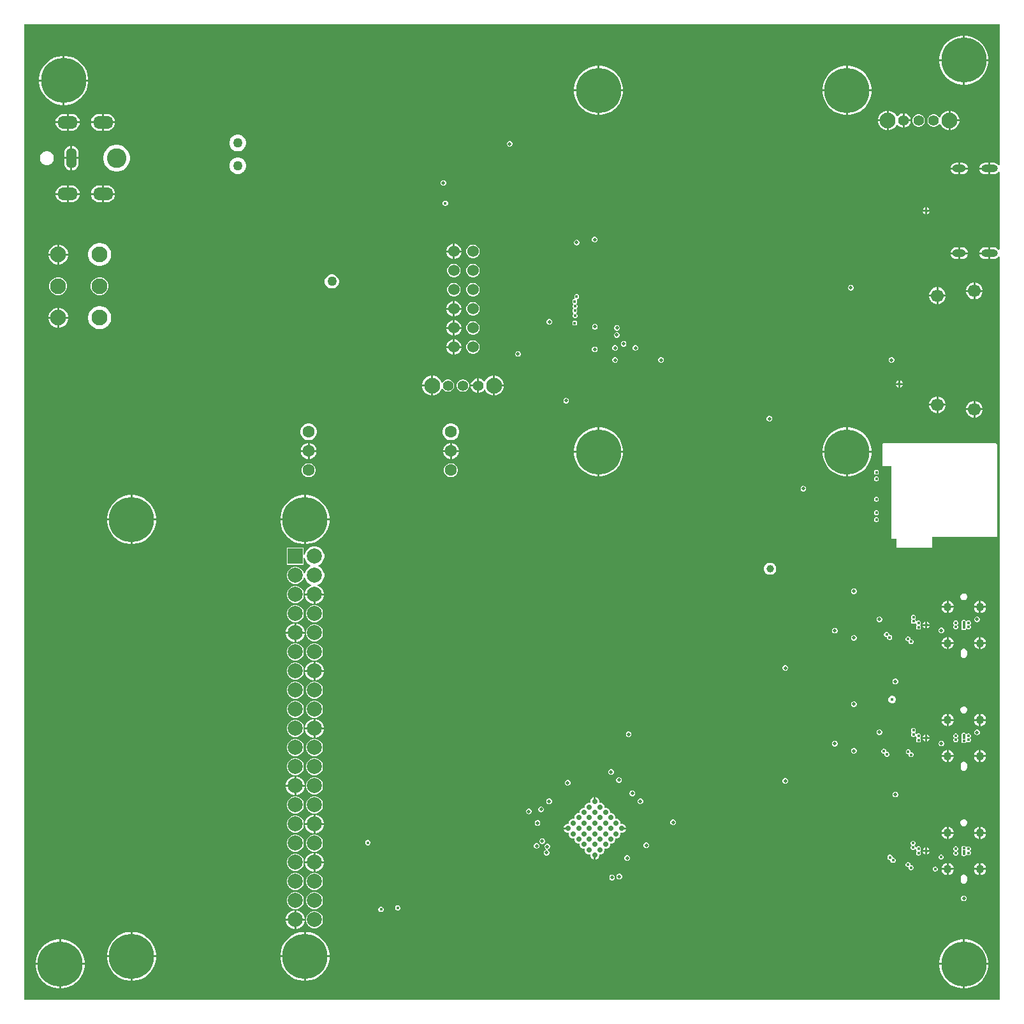
<source format=gbr>
%TF.GenerationSoftware,Altium Limited,Altium Designer,22.2.1 (43)*%
G04 Layer_Physical_Order=4*
G04 Layer_Color=16776960*
%FSLAX26Y26*%
%MOIN*%
%TF.SameCoordinates,92DA24ED-A250-4A13-B4DD-B7D196A9CFE6*%
%TF.FilePolarity,Positive*%
%TF.FileFunction,Copper,L4,Inr,Signal*%
%TF.Part,Single*%
G01*
G75*
%TA.AperFunction,ComponentPad*%
%ADD67O,0.086614X0.039370*%
%ADD68O,0.070866X0.039370*%
%ADD69C,0.043307*%
%ADD70C,0.082677*%
%ADD71C,0.078740*%
%ADD72R,0.078740X0.078740*%
%ADD73O,0.106299X0.066929*%
%ADD74C,0.102362*%
%ADD75O,0.055118X0.106299*%
%ADD76C,0.055118*%
%ADD77C,0.062992*%
%ADD78C,0.236220*%
%ADD79C,0.066929*%
%ADD80C,0.060000*%
%TA.AperFunction,ViaPad*%
%ADD81C,0.027559*%
%ADD82C,0.017716*%
%ADD83C,0.039370*%
%ADD84C,0.015748*%
%ADD85C,0.019685*%
%ADD86C,0.050000*%
G36*
X6092167Y5358325D02*
X6087167Y5356627D01*
X6084164Y5360542D01*
X6077963Y5365300D01*
X6070742Y5368291D01*
X6062992Y5369311D01*
X6044370D01*
Y5339370D01*
Y5309429D01*
X6062992D01*
X6070742Y5310449D01*
X6077963Y5313440D01*
X6084164Y5318198D01*
X6087167Y5322113D01*
X6092167Y5320415D01*
Y4915805D01*
X6087167Y4914108D01*
X6084164Y4918022D01*
X6077963Y4922780D01*
X6070742Y4925771D01*
X6062992Y4926792D01*
X6044370D01*
Y4896850D01*
Y4866909D01*
X6062992D01*
X6070742Y4867929D01*
X6077963Y4870921D01*
X6084164Y4875679D01*
X6087167Y4879593D01*
X6092167Y4877896D01*
Y994447D01*
X994447D01*
Y6092167D01*
X6092167D01*
Y5358325D01*
D02*
G37*
%LPC*%
G36*
X5915594Y6033622D02*
X5910512D01*
Y5910512D01*
X6033622D01*
Y5915594D01*
X6030467Y5935511D01*
X6024236Y5954689D01*
X6015081Y5972656D01*
X6003229Y5988970D01*
X5988970Y6003229D01*
X5972656Y6015081D01*
X5954689Y6024236D01*
X5935511Y6030467D01*
X5915594Y6033622D01*
D02*
G37*
G36*
X5900512D02*
X5895429D01*
X5875513Y6030467D01*
X5856335Y6024236D01*
X5838367Y6015081D01*
X5822054Y6003229D01*
X5807795Y5988970D01*
X5795942Y5972656D01*
X5786788Y5954689D01*
X5780556Y5935511D01*
X5777402Y5915594D01*
Y5910512D01*
X5900512D01*
Y6033622D01*
D02*
G37*
G36*
X1210082Y5928110D02*
X1205000D01*
Y5805000D01*
X1328110D01*
Y5810083D01*
X1324956Y5829999D01*
X1318724Y5849177D01*
X1309570Y5867144D01*
X1297717Y5883458D01*
X1283458Y5897717D01*
X1267144Y5909570D01*
X1249177Y5918724D01*
X1229999Y5924956D01*
X1210082Y5928110D01*
D02*
G37*
G36*
X1195000D02*
X1189918D01*
X1170001Y5924956D01*
X1150823Y5918724D01*
X1132856Y5909570D01*
X1116542Y5897717D01*
X1102283Y5883458D01*
X1090430Y5867144D01*
X1081276Y5849177D01*
X1075044Y5829999D01*
X1071890Y5810083D01*
Y5805000D01*
X1195000D01*
Y5928110D01*
D02*
G37*
G36*
X6033622Y5900512D02*
X5910512D01*
Y5777402D01*
X5915594D01*
X5935511Y5780556D01*
X5954689Y5786788D01*
X5972656Y5795942D01*
X5988970Y5807795D01*
X6003229Y5822054D01*
X6015081Y5838367D01*
X6024236Y5856335D01*
X6030467Y5875513D01*
X6033622Y5895429D01*
Y5900512D01*
D02*
G37*
G36*
X5900512D02*
X5777402D01*
Y5895429D01*
X5780556Y5875513D01*
X5786788Y5856335D01*
X5795942Y5838367D01*
X5807795Y5822054D01*
X5822054Y5807795D01*
X5838367Y5795942D01*
X5856335Y5786788D01*
X5875513Y5780556D01*
X5895429Y5777402D01*
X5900512D01*
Y5900512D01*
D02*
G37*
G36*
X5305358Y5876142D02*
X5300276D01*
Y5753032D01*
X5423386D01*
Y5758114D01*
X5420231Y5778031D01*
X5414000Y5797209D01*
X5404845Y5815176D01*
X5392993Y5831490D01*
X5378734Y5845748D01*
X5362420Y5857601D01*
X5344453Y5866756D01*
X5325275Y5872987D01*
X5305358Y5876142D01*
D02*
G37*
G36*
X5290276D02*
X5285193D01*
X5265276Y5872987D01*
X5246098Y5866756D01*
X5228131Y5857601D01*
X5211817Y5845748D01*
X5197559Y5831490D01*
X5185706Y5815176D01*
X5176551Y5797209D01*
X5170320Y5778031D01*
X5167165Y5758114D01*
Y5753032D01*
X5290276D01*
Y5876142D01*
D02*
G37*
G36*
X4006146D02*
X4001063D01*
Y5753031D01*
X4124173D01*
Y5758114D01*
X4121019Y5778031D01*
X4114787Y5797209D01*
X4105633Y5815176D01*
X4093780Y5831490D01*
X4079521Y5845748D01*
X4063207Y5857601D01*
X4045240Y5866756D01*
X4026062Y5872987D01*
X4006146Y5876142D01*
D02*
G37*
G36*
X3991063D02*
X3985981D01*
X3966064Y5872987D01*
X3946886Y5866756D01*
X3928919Y5857601D01*
X3912605Y5845748D01*
X3898346Y5831490D01*
X3886493Y5815176D01*
X3877339Y5797209D01*
X3871107Y5778031D01*
X3867953Y5758114D01*
Y5753031D01*
X3991063D01*
Y5876142D01*
D02*
G37*
G36*
X1328110Y5795000D02*
X1205000D01*
Y5671890D01*
X1210082D01*
X1229999Y5675044D01*
X1249177Y5681276D01*
X1267144Y5690430D01*
X1283458Y5702283D01*
X1297717Y5716542D01*
X1309570Y5732856D01*
X1318724Y5750823D01*
X1324956Y5770001D01*
X1328110Y5789917D01*
Y5795000D01*
D02*
G37*
G36*
X1195000D02*
X1071890D01*
Y5789917D01*
X1075044Y5770001D01*
X1081276Y5750823D01*
X1090430Y5732856D01*
X1102283Y5716542D01*
X1116542Y5702283D01*
X1132856Y5690430D01*
X1150823Y5681276D01*
X1170001Y5675044D01*
X1189918Y5671890D01*
X1195000D01*
Y5795000D01*
D02*
G37*
G36*
X5423386Y5743032D02*
X5300276D01*
Y5619921D01*
X5305358D01*
X5325275Y5623076D01*
X5344453Y5629307D01*
X5362420Y5638462D01*
X5378734Y5650315D01*
X5392993Y5664573D01*
X5404845Y5680887D01*
X5414000Y5698854D01*
X5420231Y5718032D01*
X5423386Y5737949D01*
Y5743032D01*
D02*
G37*
G36*
X5290276D02*
X5167165D01*
Y5737949D01*
X5170320Y5718032D01*
X5176551Y5698854D01*
X5185706Y5680887D01*
X5197559Y5664573D01*
X5211817Y5650315D01*
X5228131Y5638462D01*
X5246098Y5629307D01*
X5265276Y5623076D01*
X5285193Y5619921D01*
X5290276D01*
Y5743032D01*
D02*
G37*
G36*
X4124173Y5743031D02*
X4001063D01*
Y5619921D01*
X4006146D01*
X4026062Y5623076D01*
X4045240Y5629307D01*
X4063207Y5638462D01*
X4079521Y5650315D01*
X4093780Y5664573D01*
X4105633Y5680887D01*
X4114787Y5698854D01*
X4121019Y5718032D01*
X4124173Y5737949D01*
Y5743031D01*
D02*
G37*
G36*
X3991063D02*
X3867953D01*
Y5737949D01*
X3871107Y5718032D01*
X3877339Y5698854D01*
X3886493Y5680887D01*
X3898346Y5664573D01*
X3912605Y5650315D01*
X3928919Y5638462D01*
X3946886Y5629307D01*
X3966064Y5623076D01*
X3985981Y5619921D01*
X3991063D01*
Y5743031D01*
D02*
G37*
G36*
X5825709Y5641890D02*
X5823950D01*
X5810893Y5638391D01*
X5799186Y5631632D01*
X5789627Y5622074D01*
X5782869Y5610367D01*
X5781918Y5606819D01*
X5776552Y5606113D01*
X5774022Y5610495D01*
X5767975Y5616542D01*
X5760568Y5620818D01*
X5752308Y5623032D01*
X5743755D01*
X5735495Y5620818D01*
X5728088Y5616542D01*
X5722041Y5610495D01*
X5717765Y5603088D01*
X5715551Y5594827D01*
Y5586275D01*
X5717765Y5578014D01*
X5722041Y5570608D01*
X5728088Y5564560D01*
X5735495Y5560284D01*
X5743755Y5558071D01*
X5752308D01*
X5760568Y5560284D01*
X5767975Y5564560D01*
X5774022Y5570608D01*
X5776552Y5574990D01*
X5781918Y5574283D01*
X5782869Y5570735D01*
X5789627Y5559029D01*
X5799186Y5549470D01*
X5810893Y5542711D01*
X5823950Y5539213D01*
X5825709D01*
Y5590551D01*
Y5641890D01*
D02*
G37*
G36*
X5837467D02*
X5835709D01*
Y5595551D01*
X5882047D01*
Y5597310D01*
X5878549Y5610367D01*
X5871790Y5622074D01*
X5862231Y5631632D01*
X5850525Y5638391D01*
X5837467Y5641890D01*
D02*
G37*
G36*
X5595551Y5628095D02*
Y5595551D01*
X5628095D01*
X5625551Y5605048D01*
X5620606Y5613613D01*
X5613613Y5620606D01*
X5605048Y5625551D01*
X5595551Y5628095D01*
D02*
G37*
G36*
X5502874Y5641890D02*
X5501115D01*
X5488058Y5638391D01*
X5476351Y5631632D01*
X5466793Y5622074D01*
X5460034Y5610367D01*
X5456535Y5597310D01*
Y5595551D01*
X5502874D01*
Y5641890D01*
D02*
G37*
G36*
X1425197Y5624548D02*
X1410512D01*
Y5585709D01*
X1468378D01*
X1467543Y5592055D01*
X1463163Y5602628D01*
X1456196Y5611708D01*
X1447117Y5618675D01*
X1436543Y5623055D01*
X1425197Y5624548D01*
D02*
G37*
G36*
X1400512D02*
X1385827D01*
X1374480Y5623055D01*
X1363907Y5618675D01*
X1354827Y5611708D01*
X1347861Y5602628D01*
X1343481Y5592055D01*
X1342645Y5585709D01*
X1400512D01*
Y5624548D01*
D02*
G37*
G36*
X1240158D02*
X1225472D01*
Y5585709D01*
X1283339D01*
X1282503Y5592055D01*
X1278124Y5602628D01*
X1271157Y5611708D01*
X1262077Y5618675D01*
X1251504Y5623055D01*
X1240158Y5624548D01*
D02*
G37*
G36*
X1215472D02*
X1200787D01*
X1189441Y5623055D01*
X1178868Y5618675D01*
X1169788Y5611708D01*
X1162821Y5602628D01*
X1158441Y5592055D01*
X1157606Y5585709D01*
X1215472D01*
Y5624548D01*
D02*
G37*
G36*
X5673567Y5623032D02*
X5665015D01*
X5656754Y5620818D01*
X5649348Y5616542D01*
X5643301Y5610495D01*
X5639025Y5603088D01*
X5636811Y5594827D01*
Y5586275D01*
X5639025Y5578014D01*
X5643301Y5570608D01*
X5649348Y5564560D01*
X5656754Y5560284D01*
X5665015Y5558071D01*
X5673567D01*
X5681828Y5560284D01*
X5689235Y5564560D01*
X5695282Y5570608D01*
X5699558Y5578014D01*
X5701772Y5586275D01*
Y5594827D01*
X5699558Y5603088D01*
X5695282Y5610495D01*
X5689235Y5616542D01*
X5681828Y5620818D01*
X5673567Y5623032D01*
D02*
G37*
G36*
X5628095Y5585551D02*
X5595551D01*
Y5553007D01*
X5605048Y5555552D01*
X5613613Y5560497D01*
X5620606Y5567489D01*
X5625551Y5576054D01*
X5628095Y5585551D01*
D02*
G37*
G36*
X5514633Y5641890D02*
X5512874D01*
Y5590551D01*
Y5539213D01*
X5514633D01*
X5527690Y5542711D01*
X5539397Y5549470D01*
X5548955Y5559029D01*
X5554281Y5568254D01*
X5560048Y5568266D01*
X5560496Y5567489D01*
X5567489Y5560497D01*
X5576054Y5555552D01*
X5585551Y5553007D01*
Y5590551D01*
X5590551D01*
D01*
X5585551D01*
Y5628095D01*
X5576054Y5625551D01*
X5567489Y5620606D01*
X5560496Y5613613D01*
X5560048Y5612837D01*
X5554281Y5612848D01*
X5548955Y5622074D01*
X5539397Y5631632D01*
X5527690Y5638391D01*
X5514633Y5641890D01*
D02*
G37*
G36*
X5882047Y5585551D02*
X5835709D01*
Y5539213D01*
X5837467D01*
X5850525Y5542711D01*
X5862231Y5549470D01*
X5871790Y5559029D01*
X5878549Y5570735D01*
X5882047Y5583792D01*
Y5585551D01*
D02*
G37*
G36*
X5502874D02*
X5456535D01*
Y5583792D01*
X5460034Y5570735D01*
X5466793Y5559029D01*
X5476351Y5549470D01*
X5488058Y5542711D01*
X5501115Y5539213D01*
X5502874D01*
Y5585551D01*
D02*
G37*
G36*
X1468378Y5575709D02*
X1410512D01*
Y5536869D01*
X1425197D01*
X1436543Y5538363D01*
X1447117Y5542743D01*
X1456196Y5549709D01*
X1463163Y5558789D01*
X1467543Y5569362D01*
X1468378Y5575709D01*
D02*
G37*
G36*
X1400512D02*
X1342645D01*
X1343481Y5569362D01*
X1347861Y5558789D01*
X1354827Y5549709D01*
X1363907Y5542743D01*
X1374480Y5538363D01*
X1385827Y5536869D01*
X1400512D01*
Y5575709D01*
D02*
G37*
G36*
X1283339Y5575709D02*
X1225472D01*
Y5536869D01*
X1240158D01*
X1251504Y5538363D01*
X1262077Y5542743D01*
X1271157Y5549709D01*
X1278124Y5558789D01*
X1282503Y5569362D01*
X1283339Y5575709D01*
D02*
G37*
G36*
X1215472D02*
X1157606D01*
X1158441Y5569362D01*
X1162821Y5558789D01*
X1169788Y5549709D01*
X1178868Y5542743D01*
X1189441Y5538363D01*
X1200787Y5536869D01*
X1215472D01*
Y5575709D01*
D02*
G37*
G36*
X3534433Y5483268D02*
X3528559D01*
X3523133Y5481020D01*
X3518980Y5476867D01*
X3516732Y5471441D01*
Y5465567D01*
X3518980Y5460141D01*
X3523133Y5455988D01*
X3528559Y5453740D01*
X3534433D01*
X3539859Y5455988D01*
X3544012Y5460141D01*
X3546260Y5465567D01*
Y5471441D01*
X3544012Y5476867D01*
X3539859Y5481020D01*
X3534433Y5483268D01*
D02*
G37*
G36*
X2115990Y5516142D02*
X2104483D01*
X2093368Y5513164D01*
X2083403Y5507410D01*
X2075267Y5499274D01*
X2069514Y5489309D01*
X2066535Y5478194D01*
Y5466688D01*
X2069514Y5455573D01*
X2075267Y5445608D01*
X2083403Y5437472D01*
X2093368Y5431718D01*
X2104483Y5428740D01*
X2115990D01*
X2127104Y5431718D01*
X2137069Y5437472D01*
X2145206Y5445608D01*
X2150959Y5455573D01*
X2153937Y5466688D01*
Y5478194D01*
X2150959Y5489309D01*
X2145206Y5499274D01*
X2137069Y5507410D01*
X2127104Y5513164D01*
X2115990Y5516142D01*
D02*
G37*
G36*
X1245158Y5456516D02*
Y5398701D01*
X1278041D01*
Y5419291D01*
X1276750Y5429096D01*
X1272965Y5438233D01*
X1266945Y5446079D01*
X1259099Y5452099D01*
X1249962Y5455884D01*
X1245158Y5456516D01*
D02*
G37*
G36*
X1235158D02*
X1230353Y5455884D01*
X1221216Y5452099D01*
X1213370Y5446079D01*
X1207350Y5438233D01*
X1203565Y5429096D01*
X1202274Y5419291D01*
Y5398701D01*
X1235158D01*
Y5456516D01*
D02*
G37*
G36*
X1116999Y5430118D02*
X1107410D01*
X1098148Y5427636D01*
X1089844Y5422842D01*
X1083064Y5416061D01*
X1078269Y5407757D01*
X1075787Y5398495D01*
Y5388906D01*
X1078269Y5379644D01*
X1083064Y5371340D01*
X1089844Y5364560D01*
X1098148Y5359765D01*
X1107410Y5357283D01*
X1116999D01*
X1126261Y5359765D01*
X1134565Y5364560D01*
X1141346Y5371340D01*
X1146140Y5379644D01*
X1148622Y5388906D01*
Y5398495D01*
X1146140Y5407757D01*
X1141346Y5416061D01*
X1134565Y5422842D01*
X1126261Y5427636D01*
X1116999Y5430118D01*
D02*
G37*
G36*
X6034370Y5369311D02*
X6015748D01*
X6007999Y5368291D01*
X6000777Y5365300D01*
X5994576Y5360542D01*
X5989818Y5354341D01*
X5986827Y5347119D01*
X5986465Y5344370D01*
X6034370D01*
Y5369311D01*
D02*
G37*
G36*
X5897638D02*
X5886890D01*
Y5344370D01*
X5926921D01*
X5926559Y5347119D01*
X5923568Y5354341D01*
X5918809Y5360542D01*
X5912608Y5365300D01*
X5905387Y5368291D01*
X5897638Y5369311D01*
D02*
G37*
G36*
X5876890D02*
X5866142D01*
X5858392Y5368291D01*
X5851171Y5365300D01*
X5844970Y5360542D01*
X5840212Y5354341D01*
X5837221Y5347119D01*
X5836859Y5344370D01*
X5876890D01*
Y5369311D01*
D02*
G37*
G36*
X1278041Y5388701D02*
X1245158D01*
Y5330885D01*
X1249962Y5331518D01*
X1259099Y5335302D01*
X1266945Y5341323D01*
X1272965Y5349169D01*
X1276750Y5358305D01*
X1278041Y5368110D01*
Y5388701D01*
D02*
G37*
G36*
X1235158D02*
X1202274D01*
Y5368110D01*
X1203565Y5358305D01*
X1207350Y5349169D01*
X1213370Y5341323D01*
X1221216Y5335302D01*
X1230353Y5331518D01*
X1235158Y5330885D01*
Y5388701D01*
D02*
G37*
G36*
X1483261Y5463583D02*
X1469495D01*
X1455994Y5460897D01*
X1443276Y5455629D01*
X1431831Y5447982D01*
X1422097Y5438248D01*
X1414449Y5426802D01*
X1409181Y5414085D01*
X1406496Y5400584D01*
Y5386818D01*
X1409181Y5373317D01*
X1414449Y5360599D01*
X1422097Y5349154D01*
X1431831Y5339420D01*
X1443276Y5331772D01*
X1455994Y5326504D01*
X1469495Y5323819D01*
X1483261D01*
X1496762Y5326504D01*
X1509479Y5331772D01*
X1520925Y5339420D01*
X1530659Y5349154D01*
X1538306Y5360599D01*
X1543574Y5373317D01*
X1546260Y5386818D01*
Y5400584D01*
X1543574Y5414085D01*
X1538306Y5426802D01*
X1530659Y5438248D01*
X1520925Y5447982D01*
X1509479Y5455629D01*
X1496762Y5460897D01*
X1483261Y5463583D01*
D02*
G37*
G36*
X2115990Y5398032D02*
X2104483D01*
X2093368Y5395053D01*
X2083403Y5389300D01*
X2075267Y5381164D01*
X2069514Y5371199D01*
X2066535Y5360084D01*
Y5348577D01*
X2069514Y5337463D01*
X2075267Y5327498D01*
X2083403Y5319361D01*
X2093368Y5313608D01*
X2104483Y5310630D01*
X2115990D01*
X2127104Y5313608D01*
X2137069Y5319361D01*
X2145206Y5327498D01*
X2150959Y5337463D01*
X2153937Y5348577D01*
Y5360084D01*
X2150959Y5371199D01*
X2145206Y5381164D01*
X2137069Y5389300D01*
X2127104Y5395053D01*
X2115990Y5398032D01*
D02*
G37*
G36*
X6034370Y5334370D02*
X5986465D01*
X5986827Y5331621D01*
X5989818Y5324399D01*
X5994576Y5318198D01*
X6000777Y5313440D01*
X6007999Y5310449D01*
X6015748Y5309429D01*
X6034370D01*
Y5334370D01*
D02*
G37*
G36*
X5926921Y5334370D02*
X5886890D01*
Y5309429D01*
X5897638D01*
X5905387Y5310449D01*
X5912608Y5313440D01*
X5918809Y5318198D01*
X5923568Y5324399D01*
X5926559Y5331621D01*
X5926921Y5334370D01*
D02*
G37*
G36*
X5876890D02*
X5836859D01*
X5837221Y5331621D01*
X5840212Y5324399D01*
X5844970Y5318198D01*
X5851171Y5313440D01*
X5858392Y5310449D01*
X5866142Y5309429D01*
X5876890D01*
Y5334370D01*
D02*
G37*
G36*
X3187976Y5278543D02*
X3182103D01*
X3176676Y5276296D01*
X3172523Y5272142D01*
X3170276Y5266716D01*
Y5260843D01*
X3172523Y5255417D01*
X3176676Y5251263D01*
X3182103Y5249016D01*
X3187976D01*
X3193402Y5251263D01*
X3197555Y5255417D01*
X3199803Y5260843D01*
Y5266716D01*
X3197555Y5272142D01*
X3193402Y5276296D01*
X3187976Y5278543D01*
D02*
G37*
G36*
X1240158Y5250533D02*
X1225472D01*
Y5211693D01*
X1283339D01*
X1282503Y5218039D01*
X1278124Y5228613D01*
X1271157Y5237692D01*
X1262077Y5244659D01*
X1251504Y5249039D01*
X1240158Y5250533D01*
D02*
G37*
G36*
X1215472D02*
X1200787D01*
X1189441Y5249039D01*
X1178868Y5244659D01*
X1169788Y5237692D01*
X1162821Y5228613D01*
X1158441Y5218039D01*
X1157606Y5211693D01*
X1215472D01*
Y5250533D01*
D02*
G37*
G36*
X1425197D02*
X1410512D01*
Y5211693D01*
X1468378D01*
X1467543Y5218039D01*
X1463163Y5228613D01*
X1456196Y5237692D01*
X1447117Y5244659D01*
X1436543Y5249039D01*
X1425197Y5250533D01*
D02*
G37*
G36*
X1400512D02*
X1385827D01*
X1374480Y5249039D01*
X1363907Y5244659D01*
X1354827Y5237692D01*
X1347861Y5228613D01*
X1343481Y5218039D01*
X1342645Y5211693D01*
X1400512D01*
Y5250533D01*
D02*
G37*
G36*
X1468378Y5201693D02*
X1410512D01*
Y5162853D01*
X1425197D01*
X1436543Y5164347D01*
X1447117Y5168727D01*
X1456196Y5175694D01*
X1463163Y5184773D01*
X1467543Y5195346D01*
X1468378Y5201693D01*
D02*
G37*
G36*
X1400512D02*
X1342645D01*
X1343481Y5195346D01*
X1347861Y5184773D01*
X1354827Y5175694D01*
X1363907Y5168727D01*
X1374480Y5164347D01*
X1385827Y5162853D01*
X1400512D01*
Y5201693D01*
D02*
G37*
G36*
X1283339Y5201693D02*
X1225472D01*
Y5162853D01*
X1240158D01*
X1251504Y5164347D01*
X1262077Y5168727D01*
X1271157Y5175694D01*
X1278124Y5184773D01*
X1282503Y5195346D01*
X1283339Y5201693D01*
D02*
G37*
G36*
X1215472D02*
X1157606D01*
X1158441Y5195346D01*
X1162821Y5184773D01*
X1169788Y5175694D01*
X1178868Y5168727D01*
X1189441Y5164347D01*
X1200787Y5162853D01*
X1215472D01*
Y5201693D01*
D02*
G37*
G36*
X3197741Y5171779D02*
X3192259D01*
X3187195Y5169682D01*
X3183318Y5165806D01*
X3181220Y5160741D01*
Y5155259D01*
X3183318Y5150194D01*
X3187195Y5146318D01*
X3192259Y5144221D01*
X3197741D01*
X3202805Y5146318D01*
X3206682Y5150194D01*
X3208780Y5155259D01*
Y5160741D01*
X3206682Y5165806D01*
X3202805Y5169682D01*
X3197741Y5171779D01*
D02*
G37*
G36*
X5713661Y5135386D02*
Y5123110D01*
X5725937D01*
X5723814Y5128235D01*
X5718786Y5133263D01*
X5713661Y5135386D01*
D02*
G37*
G36*
X5703661D02*
X5698537Y5133263D01*
X5693508Y5128235D01*
X5691386Y5123110D01*
X5703661D01*
Y5135386D01*
D02*
G37*
G36*
X5725937Y5113110D02*
X5713661D01*
Y5100835D01*
X5718786Y5102957D01*
X5723814Y5107985D01*
X5725937Y5113110D01*
D02*
G37*
G36*
X5703661D02*
X5691386D01*
X5693508Y5107985D01*
X5698537Y5102957D01*
X5703661Y5100835D01*
Y5113110D01*
D02*
G37*
G36*
X3978937Y4982764D02*
X3973063D01*
X3967637Y4980516D01*
X3963484Y4976363D01*
X3961236Y4970937D01*
Y4965063D01*
X3963484Y4959637D01*
X3967637Y4955484D01*
X3973063Y4953236D01*
X3978937D01*
X3984363Y4955484D01*
X3988516Y4959637D01*
X3990764Y4965063D01*
Y4970937D01*
X3988516Y4976363D01*
X3984363Y4980516D01*
X3978937Y4982764D01*
D02*
G37*
G36*
X3884827Y4967520D02*
X3878953D01*
X3873527Y4965272D01*
X3869374Y4961119D01*
X3867126Y4955693D01*
Y4949819D01*
X3869374Y4944393D01*
X3873527Y4940240D01*
X3878953Y4937992D01*
X3884827D01*
X3890253Y4940240D01*
X3894406Y4944393D01*
X3896654Y4949819D01*
Y4955693D01*
X3894406Y4961119D01*
X3890253Y4965272D01*
X3884827Y4967520D01*
D02*
G37*
G36*
X3245227Y4946299D02*
X3244961D01*
Y4911299D01*
X3279961D01*
Y4911565D01*
X3277235Y4921739D01*
X3271969Y4930860D01*
X3264521Y4938307D01*
X3255400Y4943573D01*
X3245227Y4946299D01*
D02*
G37*
G36*
X3234961D02*
X3234695D01*
X3224521Y4943573D01*
X3215400Y4938307D01*
X3207953Y4930860D01*
X3202686Y4921739D01*
X3199961Y4911565D01*
Y4911299D01*
X3234961D01*
Y4946299D01*
D02*
G37*
G36*
X5897638Y4926792D02*
X5886890D01*
Y4901851D01*
X5926921D01*
X5926559Y4904600D01*
X5923568Y4911821D01*
X5918809Y4918022D01*
X5912608Y4922780D01*
X5905387Y4925771D01*
X5897638Y4926792D01*
D02*
G37*
G36*
X5876890D02*
X5866142D01*
X5858392Y4925771D01*
X5851171Y4922780D01*
X5844970Y4918022D01*
X5840212Y4911821D01*
X5837221Y4904600D01*
X5836859Y4901851D01*
X5876890D01*
Y4926792D01*
D02*
G37*
G36*
X6034370D02*
X6015748D01*
X6007999Y4925771D01*
X6000777Y4922780D01*
X5994576Y4918022D01*
X5989818Y4911821D01*
X5986827Y4904600D01*
X5986465Y4901850D01*
X6034370D01*
Y4926792D01*
D02*
G37*
G36*
X1178019Y4941102D02*
X1176260D01*
Y4894764D01*
X1222599D01*
Y4896523D01*
X1219100Y4909580D01*
X1212341Y4921286D01*
X1202783Y4930845D01*
X1191076Y4937604D01*
X1178019Y4941102D01*
D02*
G37*
G36*
X1166260D02*
X1164501D01*
X1151444Y4937604D01*
X1139737Y4930845D01*
X1130179Y4921286D01*
X1123420Y4909580D01*
X1119921Y4896523D01*
Y4894764D01*
X1166260D01*
Y4941102D01*
D02*
G37*
G36*
X3344558Y4941221D02*
X3335363D01*
X3326481Y4938841D01*
X3318518Y4934243D01*
X3312017Y4927741D01*
X3307419Y4919778D01*
X3305039Y4910897D01*
Y4901702D01*
X3307419Y4892820D01*
X3312017Y4884857D01*
X3318518Y4878355D01*
X3326481Y4873758D01*
X3335363Y4871378D01*
X3344558D01*
X3353440Y4873758D01*
X3361403Y4878355D01*
X3367905Y4884857D01*
X3372502Y4892820D01*
X3374882Y4901702D01*
Y4910897D01*
X3372502Y4919778D01*
X3367905Y4927741D01*
X3361403Y4934243D01*
X3353440Y4938841D01*
X3344558Y4941221D01*
D02*
G37*
G36*
X6034370Y4891850D02*
X5986465D01*
X5986827Y4889101D01*
X5989818Y4881880D01*
X5994576Y4875679D01*
X6000777Y4870921D01*
X6007999Y4867929D01*
X6015748Y4866909D01*
X6034370D01*
Y4891850D01*
D02*
G37*
G36*
X5926921Y4891851D02*
X5886890D01*
Y4866909D01*
X5897638D01*
X5905387Y4867929D01*
X5912608Y4870921D01*
X5918809Y4875679D01*
X5923568Y4881880D01*
X5926559Y4889101D01*
X5926921Y4891851D01*
D02*
G37*
G36*
X5876890D02*
X5836859D01*
X5837221Y4889101D01*
X5840212Y4881880D01*
X5844970Y4875679D01*
X5851171Y4870921D01*
X5858392Y4867929D01*
X5866142Y4866909D01*
X5876890D01*
Y4891851D01*
D02*
G37*
G36*
X3279961Y4901299D02*
X3244961D01*
Y4866299D01*
X3245227D01*
X3255400Y4869025D01*
X3264521Y4874291D01*
X3271969Y4881739D01*
X3277235Y4890860D01*
X3279961Y4901033D01*
Y4901299D01*
D02*
G37*
G36*
X3234961D02*
X3199961D01*
Y4901033D01*
X3202686Y4890860D01*
X3207953Y4881739D01*
X3215400Y4874291D01*
X3224521Y4869025D01*
X3234695Y4866299D01*
X3234961D01*
Y4901299D01*
D02*
G37*
G36*
X1222599Y4884764D02*
X1176260D01*
Y4838425D01*
X1178019D01*
X1191076Y4841924D01*
X1202783Y4848683D01*
X1212341Y4858241D01*
X1219100Y4869948D01*
X1222599Y4883005D01*
Y4884764D01*
D02*
G37*
G36*
X1166260D02*
X1119921D01*
Y4883005D01*
X1123420Y4869948D01*
X1130179Y4858241D01*
X1139737Y4848683D01*
X1151444Y4841924D01*
X1164501Y4838425D01*
X1166260D01*
Y4884764D01*
D02*
G37*
G36*
X1393709Y4949803D02*
X1381882D01*
X1370283Y4947496D01*
X1359356Y4942970D01*
X1349522Y4936399D01*
X1341160Y4928037D01*
X1334589Y4918203D01*
X1330063Y4907276D01*
X1327756Y4895677D01*
Y4883850D01*
X1330063Y4872251D01*
X1334589Y4861324D01*
X1341160Y4851491D01*
X1349522Y4843128D01*
X1359356Y4836557D01*
X1370283Y4832032D01*
X1381882Y4829724D01*
X1393709D01*
X1405308Y4832032D01*
X1416235Y4836557D01*
X1426068Y4843128D01*
X1434431Y4851491D01*
X1441002Y4861324D01*
X1445527Y4872251D01*
X1447835Y4883850D01*
Y4895677D01*
X1445527Y4907276D01*
X1441002Y4918203D01*
X1434431Y4928037D01*
X1426068Y4936399D01*
X1416235Y4942970D01*
X1405308Y4947496D01*
X1393709Y4949803D01*
D02*
G37*
G36*
X3344558Y4841221D02*
X3335363D01*
X3326481Y4838841D01*
X3318518Y4834243D01*
X3312017Y4827741D01*
X3307419Y4819778D01*
X3305039Y4810897D01*
Y4801702D01*
X3307419Y4792820D01*
X3312017Y4784857D01*
X3318518Y4778355D01*
X3326481Y4773758D01*
X3335363Y4771378D01*
X3344558D01*
X3353440Y4773758D01*
X3361403Y4778355D01*
X3367905Y4784857D01*
X3372502Y4792820D01*
X3374882Y4801702D01*
Y4810897D01*
X3372502Y4819778D01*
X3367905Y4827741D01*
X3361403Y4834243D01*
X3353440Y4838841D01*
X3344558Y4841221D01*
D02*
G37*
G36*
X3244558D02*
X3235363D01*
X3226481Y4838841D01*
X3218518Y4834243D01*
X3212017Y4827741D01*
X3207419Y4819778D01*
X3205039Y4810897D01*
Y4801702D01*
X3207419Y4792820D01*
X3212017Y4784857D01*
X3218518Y4778355D01*
X3226481Y4773758D01*
X3235363Y4771378D01*
X3244558D01*
X3253440Y4773758D01*
X3261403Y4778355D01*
X3267905Y4784857D01*
X3272502Y4792820D01*
X3274882Y4801702D01*
Y4810897D01*
X3272502Y4819778D01*
X3267905Y4827741D01*
X3261403Y4834243D01*
X3253440Y4838841D01*
X3244558Y4841221D01*
D02*
G37*
G36*
X2606846Y4785811D02*
X2597154D01*
X2587791Y4783302D01*
X2579398Y4778456D01*
X2572544Y4771602D01*
X2567698Y4763208D01*
X2565189Y4753846D01*
Y4744154D01*
X2567698Y4734792D01*
X2572544Y4726398D01*
X2579398Y4719544D01*
X2587791Y4714698D01*
X2597154Y4712189D01*
X2606846D01*
X2616209Y4714698D01*
X2624602Y4719544D01*
X2631456Y4726398D01*
X2636302Y4734792D01*
X2638811Y4744154D01*
Y4753846D01*
X2636302Y4763208D01*
X2631456Y4771602D01*
X2624602Y4778456D01*
X2616209Y4783302D01*
X2606846Y4785811D01*
D02*
G37*
G36*
X5966352Y4742283D02*
X5965630D01*
Y4703819D01*
X6004095D01*
Y4704541D01*
X6001132Y4715596D01*
X5995410Y4725507D01*
X5987318Y4733599D01*
X5977407Y4739321D01*
X5966352Y4742283D01*
D02*
G37*
G36*
X5955630D02*
X5954908D01*
X5943853Y4739321D01*
X5933942Y4733599D01*
X5925850Y4725507D01*
X5920127Y4715596D01*
X5917166Y4704541D01*
Y4703819D01*
X5955630D01*
Y4742283D01*
D02*
G37*
G36*
X5317897Y4731299D02*
X5312024D01*
X5306598Y4729051D01*
X5302444Y4724898D01*
X5300197Y4719472D01*
Y4713599D01*
X5302444Y4708172D01*
X5306598Y4704019D01*
X5312024Y4701772D01*
X5317897D01*
X5323324Y4704019D01*
X5327477Y4708172D01*
X5329724Y4713599D01*
Y4719472D01*
X5327477Y4724898D01*
X5323324Y4729051D01*
X5317897Y4731299D01*
D02*
G37*
G36*
X5773439Y4718661D02*
X5772717D01*
Y4680197D01*
X5811181D01*
Y4680919D01*
X5808219Y4691974D01*
X5802497Y4701885D01*
X5794404Y4709977D01*
X5784493Y4715699D01*
X5773439Y4718661D01*
D02*
G37*
G36*
X5762717D02*
X5761994D01*
X5750940Y4715699D01*
X5741029Y4709977D01*
X5732936Y4701885D01*
X5727214Y4691974D01*
X5724252Y4680919D01*
Y4680197D01*
X5762717D01*
Y4718661D01*
D02*
G37*
G36*
X1393886Y4770669D02*
X1381705D01*
X1369940Y4767517D01*
X1359391Y4761427D01*
X1350778Y4752814D01*
X1344688Y4742265D01*
X1341535Y4730500D01*
Y4718319D01*
X1344688Y4706554D01*
X1350778Y4696005D01*
X1359391Y4687392D01*
X1369940Y4681302D01*
X1381705Y4678150D01*
X1393886D01*
X1405651Y4681302D01*
X1416200Y4687392D01*
X1424812Y4696005D01*
X1430903Y4706554D01*
X1434055Y4718319D01*
Y4730500D01*
X1430903Y4742265D01*
X1424812Y4752814D01*
X1416200Y4761427D01*
X1405651Y4767517D01*
X1393886Y4770669D01*
D02*
G37*
G36*
X1177350D02*
X1165170D01*
X1153404Y4767517D01*
X1142856Y4761427D01*
X1134243Y4752814D01*
X1128152Y4742265D01*
X1125000Y4730500D01*
Y4718319D01*
X1128152Y4706554D01*
X1134243Y4696005D01*
X1142856Y4687392D01*
X1153404Y4681302D01*
X1165170Y4678150D01*
X1177350D01*
X1189116Y4681302D01*
X1199664Y4687392D01*
X1208277Y4696005D01*
X1214367Y4706554D01*
X1217520Y4718319D01*
Y4730500D01*
X1214367Y4742265D01*
X1208277Y4752814D01*
X1199664Y4761427D01*
X1189116Y4767517D01*
X1177350Y4770669D01*
D02*
G37*
G36*
X3344558Y4741221D02*
X3335363D01*
X3326481Y4738841D01*
X3318518Y4734243D01*
X3312017Y4727741D01*
X3307419Y4719778D01*
X3305039Y4710897D01*
Y4701702D01*
X3307419Y4692820D01*
X3312017Y4684857D01*
X3318518Y4678355D01*
X3326481Y4673758D01*
X3335363Y4671378D01*
X3344558D01*
X3353440Y4673758D01*
X3361403Y4678355D01*
X3367905Y4684857D01*
X3372502Y4692820D01*
X3374882Y4701702D01*
Y4710897D01*
X3372502Y4719778D01*
X3367905Y4727741D01*
X3361403Y4734243D01*
X3353440Y4738841D01*
X3344558Y4741221D01*
D02*
G37*
G36*
X3244558D02*
X3235363D01*
X3226481Y4738841D01*
X3218518Y4734243D01*
X3212017Y4727741D01*
X3207419Y4719778D01*
X3205039Y4710897D01*
Y4701702D01*
X3207419Y4692820D01*
X3212017Y4684857D01*
X3218518Y4678355D01*
X3226481Y4673758D01*
X3235363Y4671378D01*
X3244558D01*
X3253440Y4673758D01*
X3261403Y4678355D01*
X3267905Y4684857D01*
X3272502Y4692820D01*
X3274882Y4701702D01*
Y4710897D01*
X3272502Y4719778D01*
X3267905Y4727741D01*
X3261403Y4734243D01*
X3253440Y4738841D01*
X3244558Y4741221D01*
D02*
G37*
G36*
X6004095Y4693819D02*
X5965630D01*
Y4655354D01*
X5966352D01*
X5977407Y4658316D01*
X5987318Y4664039D01*
X5995410Y4672131D01*
X6001132Y4682042D01*
X6004095Y4693097D01*
Y4693819D01*
D02*
G37*
G36*
X5955630D02*
X5917166D01*
Y4693097D01*
X5920127Y4682042D01*
X5925850Y4672131D01*
X5933942Y4664039D01*
X5943853Y4658316D01*
X5954908Y4655354D01*
X5955630D01*
Y4693819D01*
D02*
G37*
G36*
X5811181Y4670197D02*
X5772717D01*
Y4631732D01*
X5773439D01*
X5784493Y4634694D01*
X5794404Y4640417D01*
X5802497Y4648509D01*
X5808219Y4658420D01*
X5811181Y4669475D01*
Y4670197D01*
D02*
G37*
G36*
X5762717D02*
X5724252D01*
Y4669475D01*
X5727214Y4658420D01*
X5732936Y4648509D01*
X5741029Y4640417D01*
X5750940Y4634694D01*
X5761994Y4631732D01*
X5762717D01*
Y4670197D01*
D02*
G37*
G36*
X3245227Y4646299D02*
X3244961D01*
Y4611299D01*
X3279961D01*
Y4611565D01*
X3277235Y4621739D01*
X3271969Y4630860D01*
X3264521Y4638307D01*
X3255400Y4643573D01*
X3245227Y4646299D01*
D02*
G37*
G36*
X3234961D02*
X3234695D01*
X3224521Y4643573D01*
X3215400Y4638307D01*
X3207953Y4630860D01*
X3202686Y4621739D01*
X3199961Y4611565D01*
Y4611299D01*
X3234961D01*
Y4646299D01*
D02*
G37*
G36*
X3344558Y4641221D02*
X3335363D01*
X3326481Y4638841D01*
X3318518Y4634243D01*
X3312017Y4627741D01*
X3307419Y4619778D01*
X3305039Y4610897D01*
Y4601702D01*
X3307419Y4592820D01*
X3312017Y4584857D01*
X3318518Y4578355D01*
X3326481Y4573758D01*
X3335363Y4571378D01*
X3344558D01*
X3353440Y4573758D01*
X3361403Y4578355D01*
X3367905Y4584857D01*
X3372502Y4592820D01*
X3374882Y4601702D01*
Y4610897D01*
X3372502Y4619778D01*
X3367905Y4627741D01*
X3361403Y4634243D01*
X3353440Y4638841D01*
X3344558Y4641221D01*
D02*
G37*
G36*
X3279961Y4601299D02*
X3244961D01*
Y4566299D01*
X3245227D01*
X3255400Y4569025D01*
X3264521Y4574291D01*
X3271969Y4581739D01*
X3277235Y4590860D01*
X3279961Y4601033D01*
Y4601299D01*
D02*
G37*
G36*
X3234961D02*
X3199961D01*
Y4601033D01*
X3202686Y4590860D01*
X3207953Y4581739D01*
X3215400Y4574291D01*
X3224521Y4569025D01*
X3234695Y4566299D01*
X3234961D01*
Y4601299D01*
D02*
G37*
G36*
X1178019Y4610394D02*
X1176260D01*
Y4564055D01*
X1222599D01*
Y4565814D01*
X1219100Y4578871D01*
X1212341Y4590578D01*
X1202783Y4600136D01*
X1191076Y4606895D01*
X1178019Y4610394D01*
D02*
G37*
G36*
X1166260D02*
X1164501D01*
X1151444Y4606895D01*
X1139737Y4600136D01*
X1130179Y4590578D01*
X1123420Y4578871D01*
X1119921Y4565814D01*
Y4564055D01*
X1166260D01*
Y4610394D01*
D02*
G37*
G36*
X3884435Y4682087D02*
X3879345D01*
X3874642Y4680139D01*
X3871042Y4676539D01*
X3869095Y4671836D01*
Y4666746D01*
X3871042Y4662043D01*
X3870387Y4660220D01*
X3868909Y4657106D01*
X3864629Y4655333D01*
X3861030Y4651734D01*
X3859082Y4647031D01*
Y4641941D01*
X3861030Y4637238D01*
X3863820Y4634448D01*
X3864564Y4632674D01*
X3864277Y4628372D01*
X3862153Y4626248D01*
X3860205Y4621545D01*
Y4616455D01*
X3862153Y4611752D01*
X3862638Y4611266D01*
X3864687Y4606983D01*
X3862638Y4604734D01*
X3861153Y4603248D01*
X3859205Y4598545D01*
Y4593455D01*
X3861153Y4588752D01*
X3864752Y4585153D01*
X3864899Y4584759D01*
X3865217Y4579548D01*
X3862800Y4577131D01*
X3860852Y4572428D01*
Y4567338D01*
X3862800Y4562635D01*
X3866399Y4559036D01*
X3871102Y4557088D01*
X3876193D01*
X3880896Y4559036D01*
X3884495Y4562635D01*
X3886443Y4567338D01*
Y4572428D01*
X3884495Y4577131D01*
X3880896Y4580731D01*
X3880749Y4581125D01*
X3880431Y4586335D01*
X3882847Y4588752D01*
X3884795Y4593455D01*
Y4598545D01*
X3882847Y4603248D01*
X3882362Y4603734D01*
X3880313Y4608017D01*
X3882362Y4610266D01*
X3883847Y4611752D01*
X3885795Y4616455D01*
Y4621545D01*
X3883847Y4626248D01*
X3881057Y4629038D01*
X3880312Y4630811D01*
X3880600Y4635114D01*
X3882724Y4637238D01*
X3884672Y4641941D01*
Y4647031D01*
X3882724Y4651734D01*
X3883379Y4653557D01*
X3884858Y4656671D01*
X3889138Y4658444D01*
X3892737Y4662043D01*
X3894685Y4666746D01*
Y4671836D01*
X3892737Y4676539D01*
X3889138Y4680139D01*
X3884435Y4682087D01*
D02*
G37*
G36*
X3742110Y4552165D02*
X3736236D01*
X3730810Y4549918D01*
X3726657Y4545765D01*
X3724409Y4540338D01*
Y4534465D01*
X3726657Y4529039D01*
X3730810Y4524886D01*
X3736236Y4522638D01*
X3742110D01*
X3747536Y4524886D01*
X3751689Y4529039D01*
X3753937Y4534465D01*
Y4540338D01*
X3751689Y4545765D01*
X3747536Y4549918D01*
X3742110Y4552165D01*
D02*
G37*
G36*
X3874003Y4544500D02*
X3868913D01*
X3864210Y4542552D01*
X3860611Y4538953D01*
X3858663Y4534250D01*
Y4529160D01*
X3860611Y4524457D01*
X3864210Y4520858D01*
X3868913Y4518910D01*
X3874003D01*
X3878706Y4520858D01*
X3882305Y4524457D01*
X3884253Y4529160D01*
Y4534250D01*
X3882305Y4538953D01*
X3878706Y4542552D01*
X3874003Y4544500D01*
D02*
G37*
G36*
X3245227Y4546299D02*
X3244961D01*
Y4511299D01*
X3279961D01*
Y4511565D01*
X3277235Y4521739D01*
X3271969Y4530860D01*
X3264521Y4538307D01*
X3255400Y4543573D01*
X3245227Y4546299D01*
D02*
G37*
G36*
X3234961D02*
X3234695D01*
X3224521Y4543573D01*
X3215400Y4538307D01*
X3207953Y4530860D01*
X3202686Y4521739D01*
X3199961Y4511565D01*
Y4511299D01*
X3234961D01*
Y4546299D01*
D02*
G37*
G36*
X1222599Y4554055D02*
X1176260D01*
Y4507717D01*
X1178019D01*
X1191076Y4511215D01*
X1202783Y4517974D01*
X1212341Y4527533D01*
X1219100Y4539239D01*
X1222599Y4552296D01*
Y4554055D01*
D02*
G37*
G36*
X1166260D02*
X1119921D01*
Y4552296D01*
X1123420Y4539239D01*
X1130179Y4527533D01*
X1139737Y4517974D01*
X1151444Y4511215D01*
X1164501Y4507717D01*
X1166260D01*
Y4554055D01*
D02*
G37*
G36*
X1393709Y4619095D02*
X1381882D01*
X1370283Y4616787D01*
X1359356Y4612261D01*
X1349522Y4605691D01*
X1341160Y4597328D01*
X1334589Y4587494D01*
X1330063Y4576568D01*
X1327756Y4564968D01*
Y4553142D01*
X1330063Y4541542D01*
X1334589Y4530616D01*
X1341160Y4520782D01*
X1349522Y4512419D01*
X1359356Y4505849D01*
X1370283Y4501323D01*
X1381882Y4499016D01*
X1393709D01*
X1405308Y4501323D01*
X1416235Y4505849D01*
X1426068Y4512419D01*
X1434431Y4520782D01*
X1441002Y4530616D01*
X1445527Y4541542D01*
X1447835Y4553142D01*
Y4564968D01*
X1445527Y4576568D01*
X1441002Y4587494D01*
X1434431Y4597328D01*
X1426068Y4605691D01*
X1416235Y4612261D01*
X1405308Y4616787D01*
X1393709Y4619095D01*
D02*
G37*
G36*
X3979937Y4526764D02*
X3974063D01*
X3968637Y4524516D01*
X3964484Y4520363D01*
X3962236Y4514937D01*
Y4509063D01*
X3964484Y4503637D01*
X3968637Y4499484D01*
X3974063Y4497236D01*
X3979937D01*
X3985363Y4499484D01*
X3989516Y4503637D01*
X3991764Y4509063D01*
Y4514937D01*
X3989516Y4520363D01*
X3985363Y4524516D01*
X3979937Y4526764D01*
D02*
G37*
G36*
X4094993Y4520993D02*
X4089119D01*
X4083693Y4518745D01*
X4079540Y4514592D01*
X4077292Y4509166D01*
Y4503293D01*
X4079540Y4497866D01*
X4083693Y4493713D01*
X4089119Y4491466D01*
X4094993D01*
X4100419Y4493713D01*
X4104572Y4497866D01*
X4106820Y4503293D01*
Y4509166D01*
X4104572Y4514592D01*
X4100419Y4518745D01*
X4094993Y4520993D01*
D02*
G37*
G36*
X3344558Y4541221D02*
X3335363D01*
X3326481Y4538841D01*
X3318518Y4534243D01*
X3312017Y4527741D01*
X3307419Y4519778D01*
X3305039Y4510897D01*
Y4501702D01*
X3307419Y4492820D01*
X3312017Y4484857D01*
X3318518Y4478355D01*
X3326481Y4473758D01*
X3335363Y4471378D01*
X3344558D01*
X3353440Y4473758D01*
X3361403Y4478355D01*
X3367905Y4484857D01*
X3372502Y4492820D01*
X3374882Y4501702D01*
Y4510897D01*
X3372502Y4519778D01*
X3367905Y4527741D01*
X3361403Y4534243D01*
X3353440Y4538841D01*
X3344558Y4541221D01*
D02*
G37*
G36*
X3279961Y4501299D02*
X3244961D01*
Y4466299D01*
X3245227D01*
X3255400Y4469025D01*
X3264521Y4474291D01*
X3271969Y4481739D01*
X3277235Y4490860D01*
X3279961Y4501033D01*
Y4501299D01*
D02*
G37*
G36*
X3234961D02*
X3199961D01*
Y4501033D01*
X3202686Y4490860D01*
X3207953Y4481739D01*
X3215400Y4474291D01*
X3224521Y4469025D01*
X3234695Y4466299D01*
X3234961D01*
Y4501299D01*
D02*
G37*
G36*
X4094350Y4484177D02*
X4088477D01*
X4083050Y4481929D01*
X4078897Y4477776D01*
X4076650Y4472350D01*
Y4466477D01*
X4078897Y4461050D01*
X4083050Y4456897D01*
X4088477Y4454650D01*
X4094350D01*
X4099776Y4456897D01*
X4103930Y4461050D01*
X4106177Y4466477D01*
Y4472350D01*
X4103930Y4477776D01*
X4099776Y4481929D01*
X4094350Y4484177D01*
D02*
G37*
G36*
X3245227Y4446299D02*
X3244961D01*
Y4411299D01*
X3279961D01*
Y4411565D01*
X3277235Y4421739D01*
X3271969Y4430860D01*
X3264521Y4438307D01*
X3255400Y4443573D01*
X3245227Y4446299D01*
D02*
G37*
G36*
X3234961D02*
X3234695D01*
X3224521Y4443573D01*
X3215400Y4438307D01*
X3207953Y4430860D01*
X3202686Y4421739D01*
X3199961Y4411565D01*
Y4411299D01*
X3234961D01*
Y4446299D01*
D02*
G37*
G36*
X4130070Y4437764D02*
X4124197D01*
X4118771Y4435516D01*
X4114618Y4431363D01*
X4112370Y4425937D01*
Y4420063D01*
X4114618Y4414637D01*
X4118771Y4410484D01*
X4124197Y4408236D01*
X4130070D01*
X4135497Y4410484D01*
X4139650Y4414637D01*
X4141898Y4420063D01*
Y4425937D01*
X4139650Y4431363D01*
X4135497Y4435516D01*
X4130070Y4437764D01*
D02*
G37*
G36*
X4191913Y4416339D02*
X4186040D01*
X4180613Y4414091D01*
X4176460Y4409938D01*
X4174213Y4404511D01*
Y4398638D01*
X4176460Y4393212D01*
X4180613Y4389059D01*
X4186040Y4386811D01*
X4191913D01*
X4197339Y4389059D01*
X4201493Y4393212D01*
X4203740Y4398638D01*
Y4404511D01*
X4201493Y4409938D01*
X4197339Y4414091D01*
X4191913Y4416339D01*
D02*
G37*
G36*
X4085614D02*
X4079740D01*
X4074314Y4414091D01*
X4070161Y4409938D01*
X4067913Y4404511D01*
Y4398638D01*
X4070161Y4393212D01*
X4074314Y4389059D01*
X4079740Y4386811D01*
X4085614D01*
X4091040Y4389059D01*
X4095193Y4393212D01*
X4097441Y4398638D01*
Y4404511D01*
X4095193Y4409938D01*
X4091040Y4414091D01*
X4085614Y4416339D01*
D02*
G37*
G36*
X3979315Y4408465D02*
X3973441D01*
X3968015Y4406217D01*
X3963862Y4402064D01*
X3961614Y4396637D01*
Y4390764D01*
X3963862Y4385338D01*
X3968015Y4381185D01*
X3973441Y4378937D01*
X3979315D01*
X3984741Y4381185D01*
X3988894Y4385338D01*
X3991142Y4390764D01*
Y4396637D01*
X3988894Y4402064D01*
X3984741Y4406217D01*
X3979315Y4408465D01*
D02*
G37*
G36*
X3344558Y4441221D02*
X3335363D01*
X3326481Y4438841D01*
X3318518Y4434243D01*
X3312017Y4427741D01*
X3307419Y4419778D01*
X3305039Y4410897D01*
Y4401702D01*
X3307419Y4392820D01*
X3312017Y4384857D01*
X3318518Y4378355D01*
X3326481Y4373758D01*
X3335363Y4371378D01*
X3344558D01*
X3353440Y4373758D01*
X3361403Y4378355D01*
X3367905Y4384857D01*
X3372502Y4392820D01*
X3374882Y4401702D01*
Y4410897D01*
X3372502Y4419778D01*
X3367905Y4427741D01*
X3361403Y4434243D01*
X3353440Y4438841D01*
X3344558Y4441221D01*
D02*
G37*
G36*
X3279961Y4401299D02*
X3244961D01*
Y4366299D01*
X3245227D01*
X3255400Y4369025D01*
X3264521Y4374291D01*
X3271969Y4381739D01*
X3277235Y4390860D01*
X3279961Y4401033D01*
Y4401299D01*
D02*
G37*
G36*
X3234961D02*
X3199961D01*
Y4401033D01*
X3202686Y4390860D01*
X3207953Y4381739D01*
X3215400Y4374291D01*
X3224521Y4369025D01*
X3234695Y4366299D01*
X3234961D01*
Y4401299D01*
D02*
G37*
G36*
X3577740Y4384842D02*
X3571866D01*
X3566440Y4382595D01*
X3562287Y4378442D01*
X3560039Y4373015D01*
Y4367142D01*
X3562287Y4361716D01*
X3566440Y4357563D01*
X3571866Y4355315D01*
X3577740D01*
X3583166Y4357563D01*
X3587319Y4361716D01*
X3589567Y4367142D01*
Y4373015D01*
X3587319Y4378442D01*
X3583166Y4382595D01*
X3577740Y4384842D01*
D02*
G37*
G36*
X5530496Y4353346D02*
X5524622D01*
X5519196Y4351099D01*
X5515043Y4346946D01*
X5512795Y4341519D01*
Y4335646D01*
X5515043Y4330220D01*
X5519196Y4326067D01*
X5524622Y4323819D01*
X5530496D01*
X5535922Y4326067D01*
X5540075Y4330220D01*
X5542323Y4335646D01*
Y4341519D01*
X5540075Y4346946D01*
X5535922Y4351099D01*
X5530496Y4353346D01*
D02*
G37*
G36*
X4325771D02*
X4319898D01*
X4314472Y4351099D01*
X4310319Y4346946D01*
X4308071Y4341519D01*
Y4335646D01*
X4310319Y4330220D01*
X4314472Y4326067D01*
X4319898Y4323819D01*
X4325771D01*
X4331198Y4326067D01*
X4335351Y4330220D01*
X4337598Y4335646D01*
Y4341519D01*
X4335351Y4346946D01*
X4331198Y4351099D01*
X4325771Y4353346D01*
D02*
G37*
G36*
X4085614D02*
X4079740D01*
X4074314Y4351099D01*
X4070161Y4346946D01*
X4067913Y4341519D01*
Y4335646D01*
X4070161Y4330220D01*
X4074314Y4326067D01*
X4079740Y4323819D01*
X4085614D01*
X4091040Y4326067D01*
X4095193Y4330220D01*
X4097441Y4335646D01*
Y4341519D01*
X4095193Y4346946D01*
X4091040Y4351099D01*
X4085614Y4353346D01*
D02*
G37*
G36*
X3443819Y4256063D02*
X3442060D01*
X3429003Y4252564D01*
X3417296Y4245806D01*
X3407738Y4236247D01*
X3402412Y4227022D01*
X3396645Y4227010D01*
X3396197Y4227786D01*
X3389204Y4234779D01*
X3380639Y4239724D01*
X3371142Y4242269D01*
Y4204724D01*
Y4167180D01*
X3380639Y4169725D01*
X3389204Y4174670D01*
X3396197Y4181663D01*
X3396645Y4182439D01*
X3402412Y4182427D01*
X3407738Y4173202D01*
X3417296Y4163643D01*
X3429003Y4156884D01*
X3442060Y4153386D01*
X3443819D01*
Y4204724D01*
Y4256063D01*
D02*
G37*
G36*
X5573000Y4231341D02*
Y4218000D01*
X5586341D01*
X5583987Y4223682D01*
X5578682Y4228987D01*
X5573000Y4231341D01*
D02*
G37*
G36*
X5563000D02*
X5557318Y4228987D01*
X5552013Y4223682D01*
X5549659Y4218000D01*
X5563000D01*
Y4231341D01*
D02*
G37*
G36*
X3455578Y4256063D02*
X3453819D01*
Y4209724D01*
X3500157D01*
Y4211483D01*
X3496659Y4224540D01*
X3489900Y4236247D01*
X3480341Y4245806D01*
X3468635Y4252564D01*
X3455578Y4256063D01*
D02*
G37*
G36*
X3361142Y4242269D02*
X3351645Y4239724D01*
X3343080Y4234779D01*
X3336087Y4227786D01*
X3331142Y4219222D01*
X3328598Y4209724D01*
X3361142D01*
Y4242269D01*
D02*
G37*
G36*
X3120984Y4256063D02*
X3119225D01*
X3106168Y4252564D01*
X3094462Y4245806D01*
X3084903Y4236247D01*
X3078144Y4224540D01*
X3074646Y4211483D01*
Y4209724D01*
X3120984D01*
Y4256063D01*
D02*
G37*
G36*
X5586341Y4208000D02*
X5573000D01*
Y4194659D01*
X5578682Y4197013D01*
X5583987Y4202318D01*
X5586341Y4208000D01*
D02*
G37*
G36*
X5563000D02*
X5549659D01*
X5552013Y4202318D01*
X5557318Y4197013D01*
X5563000Y4194659D01*
Y4208000D01*
D02*
G37*
G36*
X3291678Y4237205D02*
X3283126D01*
X3274865Y4234991D01*
X3267458Y4230715D01*
X3261411Y4224668D01*
X3257135Y4217261D01*
X3254921Y4209001D01*
Y4200448D01*
X3257135Y4192188D01*
X3261411Y4184781D01*
X3267458Y4178734D01*
X3274865Y4174458D01*
X3283126Y4172244D01*
X3291678D01*
X3299939Y4174458D01*
X3307345Y4178734D01*
X3313392Y4184781D01*
X3317668Y4192188D01*
X3319882Y4200448D01*
Y4209001D01*
X3317668Y4217261D01*
X3313392Y4224668D01*
X3307345Y4230715D01*
X3299939Y4234991D01*
X3291678Y4237205D01*
D02*
G37*
G36*
X3132743Y4256063D02*
X3130984D01*
Y4204724D01*
Y4153386D01*
X3132743D01*
X3145800Y4156884D01*
X3157507Y4163643D01*
X3167065Y4173202D01*
X3173824Y4184908D01*
X3174775Y4188457D01*
X3180141Y4189163D01*
X3182671Y4184781D01*
X3188718Y4178734D01*
X3196124Y4174458D01*
X3204385Y4172244D01*
X3212938D01*
X3221198Y4174458D01*
X3228605Y4178734D01*
X3234652Y4184781D01*
X3238928Y4192188D01*
X3241142Y4200448D01*
Y4209001D01*
X3238928Y4217261D01*
X3234652Y4224668D01*
X3228605Y4230715D01*
X3221198Y4234991D01*
X3212938Y4237205D01*
X3204385D01*
X3196124Y4234991D01*
X3188718Y4230715D01*
X3182671Y4224668D01*
X3180141Y4220286D01*
X3174775Y4220992D01*
X3173824Y4224540D01*
X3167065Y4236247D01*
X3157507Y4245806D01*
X3145800Y4252564D01*
X3132743Y4256063D01*
D02*
G37*
G36*
X3361142Y4199724D02*
X3328598D01*
X3331142Y4190227D01*
X3336087Y4181663D01*
X3343080Y4174670D01*
X3351645Y4169725D01*
X3361142Y4167180D01*
Y4199724D01*
D02*
G37*
G36*
X3500157D02*
X3453819D01*
Y4153386D01*
X3455578D01*
X3468635Y4156884D01*
X3480341Y4163643D01*
X3489900Y4173202D01*
X3496659Y4184908D01*
X3500157Y4197966D01*
Y4199724D01*
D02*
G37*
G36*
X3120984D02*
X3074646D01*
Y4197966D01*
X3078144Y4184908D01*
X3084903Y4173202D01*
X3094462Y4163643D01*
X3106168Y4156884D01*
X3119225Y4153386D01*
X3120984D01*
Y4199724D01*
D02*
G37*
G36*
X3829708Y4140748D02*
X3823835D01*
X3818409Y4138500D01*
X3814256Y4134347D01*
X3812008Y4128921D01*
Y4123048D01*
X3814256Y4117621D01*
X3818409Y4113468D01*
X3823835Y4111221D01*
X3829708D01*
X3835135Y4113468D01*
X3839288Y4117621D01*
X3841535Y4123048D01*
Y4128921D01*
X3839288Y4134347D01*
X3835135Y4138500D01*
X3829708Y4140748D01*
D02*
G37*
G36*
X5773439Y4147795D02*
X5772717D01*
Y4109331D01*
X5811181D01*
Y4110053D01*
X5808219Y4121107D01*
X5802497Y4131019D01*
X5794404Y4139111D01*
X5784493Y4144833D01*
X5773439Y4147795D01*
D02*
G37*
G36*
X5762717D02*
X5761994D01*
X5750940Y4144833D01*
X5741029Y4139111D01*
X5732936Y4131019D01*
X5727214Y4121107D01*
X5724252Y4110053D01*
Y4109331D01*
X5762717D01*
Y4147795D01*
D02*
G37*
G36*
X5966352Y4124173D02*
X5965630D01*
Y4085709D01*
X6004095D01*
Y4086431D01*
X6001132Y4097485D01*
X5995410Y4107397D01*
X5987318Y4115489D01*
X5977407Y4121211D01*
X5966352Y4124173D01*
D02*
G37*
G36*
X5955630D02*
X5954908D01*
X5943853Y4121211D01*
X5933942Y4115489D01*
X5925850Y4107397D01*
X5920127Y4097485D01*
X5917166Y4086431D01*
Y4085709D01*
X5955630D01*
Y4124173D01*
D02*
G37*
G36*
X5811181Y4099331D02*
X5772717D01*
Y4060866D01*
X5773439D01*
X5784493Y4063828D01*
X5794404Y4069550D01*
X5802497Y4077643D01*
X5808219Y4087554D01*
X5811181Y4098609D01*
Y4099331D01*
D02*
G37*
G36*
X5762717D02*
X5724252D01*
Y4098609D01*
X5727214Y4087554D01*
X5732936Y4077643D01*
X5741029Y4069550D01*
X5750940Y4063828D01*
X5761994Y4060866D01*
X5762717D01*
Y4099331D01*
D02*
G37*
G36*
X6004095Y4075709D02*
X5965630D01*
Y4037244D01*
X5966352D01*
X5977407Y4040206D01*
X5987318Y4045928D01*
X5995410Y4054021D01*
X6001132Y4063932D01*
X6004095Y4074986D01*
Y4075709D01*
D02*
G37*
G36*
X5955630D02*
X5917166D01*
Y4074986D01*
X5920127Y4063932D01*
X5925850Y4054021D01*
X5933942Y4045928D01*
X5943853Y4040206D01*
X5954908Y4037244D01*
X5955630D01*
Y4075709D01*
D02*
G37*
G36*
X4892700Y4046260D02*
X4886827D01*
X4881401Y4044012D01*
X4877248Y4039859D01*
X4875000Y4034433D01*
Y4028559D01*
X4877248Y4023133D01*
X4881401Y4018980D01*
X4886827Y4016732D01*
X4892700D01*
X4898127Y4018980D01*
X4902280Y4023133D01*
X4904528Y4028559D01*
Y4034433D01*
X4902280Y4039859D01*
X4898127Y4044012D01*
X4892700Y4046260D01*
D02*
G37*
G36*
X3230111Y4005512D02*
X3218708D01*
X3207693Y4002560D01*
X3197818Y3996859D01*
X3189755Y3988796D01*
X3184054Y3978921D01*
X3181102Y3967906D01*
Y3956503D01*
X3184054Y3945489D01*
X3189755Y3935614D01*
X3197818Y3927550D01*
X3207693Y3921849D01*
X3218708Y3918898D01*
X3230111D01*
X3241125Y3921849D01*
X3251001Y3927550D01*
X3259064Y3935614D01*
X3264765Y3945489D01*
X3267716Y3956503D01*
Y3967906D01*
X3264765Y3978921D01*
X3259064Y3988796D01*
X3251001Y3996859D01*
X3241125Y4002560D01*
X3230111Y4005512D01*
D02*
G37*
G36*
X2486017D02*
X2474613D01*
X2463599Y4002560D01*
X2453724Y3996859D01*
X2445661Y3988796D01*
X2439959Y3978921D01*
X2437008Y3967906D01*
Y3956503D01*
X2439959Y3945489D01*
X2445661Y3935614D01*
X2453724Y3927550D01*
X2463599Y3921849D01*
X2474613Y3918898D01*
X2486017D01*
X2497031Y3921849D01*
X2506906Y3927550D01*
X2514969Y3935614D01*
X2520671Y3945489D01*
X2523622Y3956503D01*
Y3967906D01*
X2520671Y3978921D01*
X2514969Y3988796D01*
X2506906Y3996859D01*
X2497031Y4002560D01*
X2486017Y4005512D01*
D02*
G37*
G36*
X3229872Y3903701D02*
X3229409D01*
Y3867205D01*
X3265905D01*
Y3867668D01*
X3263077Y3878222D01*
X3257615Y3887684D01*
X3249889Y3895410D01*
X3240426Y3900873D01*
X3229872Y3903701D01*
D02*
G37*
G36*
X2485778D02*
X2485315D01*
Y3867205D01*
X2521811D01*
Y3867668D01*
X2518983Y3878222D01*
X2513520Y3887684D01*
X2505794Y3895410D01*
X2496332Y3900873D01*
X2485778Y3903701D01*
D02*
G37*
G36*
X3219409D02*
X3218946D01*
X3208392Y3900873D01*
X3198930Y3895410D01*
X3191204Y3887684D01*
X3185741Y3878222D01*
X3182913Y3867668D01*
Y3867205D01*
X3219409D01*
Y3903701D01*
D02*
G37*
G36*
X2475315D02*
X2474852D01*
X2464298Y3900873D01*
X2454836Y3895410D01*
X2447110Y3887684D01*
X2441647Y3878222D01*
X2438819Y3867668D01*
Y3867205D01*
X2475315D01*
Y3903701D01*
D02*
G37*
G36*
X5305358Y3986378D02*
X5300275D01*
Y3863268D01*
X5423386D01*
Y3868350D01*
X5420231Y3888267D01*
X5414000Y3907445D01*
X5404845Y3925412D01*
X5392993Y3941726D01*
X5378734Y3955985D01*
X5362420Y3967837D01*
X5344453Y3976992D01*
X5325275Y3983223D01*
X5305358Y3986378D01*
D02*
G37*
G36*
X5290275D02*
X5285193D01*
X5265276Y3983223D01*
X5246098Y3976992D01*
X5228131Y3967837D01*
X5211817Y3955985D01*
X5197559Y3941726D01*
X5185706Y3925412D01*
X5176551Y3907445D01*
X5170320Y3888267D01*
X5167165Y3868350D01*
Y3863268D01*
X5290275D01*
Y3986378D01*
D02*
G37*
G36*
X4006146D02*
X4001063D01*
Y3863267D01*
X4124173D01*
Y3868350D01*
X4121019Y3888267D01*
X4114787Y3907445D01*
X4105633Y3925412D01*
X4093780Y3941726D01*
X4079521Y3955985D01*
X4063207Y3967837D01*
X4045240Y3976992D01*
X4026062Y3983223D01*
X4006146Y3986378D01*
D02*
G37*
G36*
X3991063D02*
X3985981D01*
X3966064Y3983223D01*
X3946886Y3976992D01*
X3928919Y3967837D01*
X3912605Y3955985D01*
X3898346Y3941726D01*
X3886493Y3925412D01*
X3877339Y3907445D01*
X3871107Y3888267D01*
X3867953Y3868350D01*
Y3863267D01*
X3991063D01*
Y3986378D01*
D02*
G37*
G36*
X3265905Y3857205D02*
X3229409D01*
Y3820709D01*
X3229872D01*
X3240426Y3823537D01*
X3249889Y3829000D01*
X3257615Y3836726D01*
X3263077Y3846188D01*
X3265905Y3856742D01*
Y3857205D01*
D02*
G37*
G36*
X3219409D02*
X3182913D01*
Y3856742D01*
X3185741Y3846188D01*
X3191204Y3836726D01*
X3198930Y3829000D01*
X3208392Y3823537D01*
X3218946Y3820709D01*
X3219409D01*
Y3857205D01*
D02*
G37*
G36*
X2521811D02*
X2485315D01*
Y3820709D01*
X2485778D01*
X2496332Y3823537D01*
X2505794Y3829000D01*
X2513520Y3836726D01*
X2518983Y3846188D01*
X2521811Y3856742D01*
Y3857205D01*
D02*
G37*
G36*
X2475315D02*
X2438819D01*
Y3856742D01*
X2441647Y3846188D01*
X2447110Y3836726D01*
X2454836Y3829000D01*
X2464298Y3823537D01*
X2474852Y3820709D01*
X2475315D01*
Y3857205D01*
D02*
G37*
G36*
X5451364Y3764764D02*
X5446274D01*
X5441571Y3762816D01*
X5437971Y3759216D01*
X5436024Y3754514D01*
Y3749423D01*
X5437971Y3744720D01*
X5441571Y3741121D01*
X5446274Y3739173D01*
X5451364D01*
X5456067Y3741121D01*
X5459666Y3744720D01*
X5461614Y3749423D01*
Y3754514D01*
X5459666Y3759216D01*
X5456067Y3762816D01*
X5451364Y3764764D01*
D02*
G37*
G36*
X5423386Y3853268D02*
X5300275D01*
Y3730157D01*
X5305358D01*
X5325275Y3733312D01*
X5344453Y3739543D01*
X5362420Y3748698D01*
X5378734Y3760551D01*
X5392993Y3774809D01*
X5404845Y3791123D01*
X5414000Y3809090D01*
X5420231Y3828269D01*
X5423386Y3848185D01*
Y3853268D01*
D02*
G37*
G36*
X5290275D02*
X5167165D01*
Y3848185D01*
X5170320Y3828269D01*
X5176551Y3809090D01*
X5185706Y3791123D01*
X5197559Y3774809D01*
X5211817Y3760551D01*
X5228131Y3748698D01*
X5246098Y3739543D01*
X5265276Y3733312D01*
X5285193Y3730157D01*
X5290275D01*
Y3853268D01*
D02*
G37*
G36*
X4124173Y3853267D02*
X4001063D01*
Y3730157D01*
X4006146D01*
X4026062Y3733312D01*
X4045240Y3739543D01*
X4063207Y3748698D01*
X4079521Y3760551D01*
X4093780Y3774809D01*
X4105633Y3791123D01*
X4114787Y3809090D01*
X4121019Y3828269D01*
X4124173Y3848185D01*
Y3853267D01*
D02*
G37*
G36*
X3991063D02*
X3867953D01*
Y3848185D01*
X3871107Y3828269D01*
X3877339Y3809090D01*
X3886493Y3791123D01*
X3898346Y3774809D01*
X3912605Y3760551D01*
X3928919Y3748698D01*
X3946886Y3739543D01*
X3966064Y3733312D01*
X3985981Y3730157D01*
X3991063D01*
Y3853267D01*
D02*
G37*
G36*
X3229204Y3798622D02*
X3219615D01*
X3210353Y3796140D01*
X3202049Y3791346D01*
X3195268Y3784565D01*
X3190474Y3776261D01*
X3187992Y3766999D01*
Y3757410D01*
X3190474Y3748148D01*
X3195268Y3739844D01*
X3202049Y3733064D01*
X3210353Y3728269D01*
X3219615Y3725787D01*
X3229204D01*
X3238466Y3728269D01*
X3246770Y3733064D01*
X3253550Y3739844D01*
X3258345Y3748148D01*
X3260827Y3757410D01*
Y3766999D01*
X3258345Y3776261D01*
X3253550Y3784565D01*
X3246770Y3791346D01*
X3238466Y3796140D01*
X3229204Y3798622D01*
D02*
G37*
G36*
X2485109D02*
X2475521D01*
X2466258Y3796140D01*
X2457954Y3791346D01*
X2451174Y3784565D01*
X2446380Y3776261D01*
X2443898Y3766999D01*
Y3757410D01*
X2446380Y3748148D01*
X2451174Y3739844D01*
X2457954Y3733064D01*
X2466258Y3728269D01*
X2475521Y3725787D01*
X2485109D01*
X2494372Y3728269D01*
X2502676Y3733064D01*
X2509456Y3739844D01*
X2514251Y3748148D01*
X2516732Y3757410D01*
Y3766999D01*
X2514251Y3776261D01*
X2509456Y3784565D01*
X2502676Y3791346D01*
X2494372Y3796140D01*
X2485109Y3798622D01*
D02*
G37*
G36*
X5451364Y3729331D02*
X5446274D01*
X5441571Y3727383D01*
X5437971Y3723783D01*
X5436024Y3719081D01*
Y3713990D01*
X5437971Y3709287D01*
X5441571Y3705688D01*
X5446274Y3703740D01*
X5451364D01*
X5456067Y3705688D01*
X5459666Y3709287D01*
X5461614Y3713990D01*
Y3719081D01*
X5459666Y3723783D01*
X5456067Y3727383D01*
X5451364Y3729331D01*
D02*
G37*
G36*
X5069866Y3680118D02*
X5063992D01*
X5058566Y3677870D01*
X5054413Y3673717D01*
X5052165Y3668291D01*
Y3662418D01*
X5054413Y3656991D01*
X5058566Y3652838D01*
X5063992Y3650590D01*
X5069866D01*
X5075292Y3652838D01*
X5079445Y3656991D01*
X5081693Y3662418D01*
Y3668291D01*
X5079445Y3673717D01*
X5075292Y3677870D01*
X5069866Y3680118D01*
D02*
G37*
G36*
X5451364Y3623032D02*
X5446274D01*
X5441571Y3621084D01*
X5437971Y3617484D01*
X5436024Y3612781D01*
Y3607691D01*
X5437971Y3602988D01*
X5441571Y3599389D01*
X5446274Y3597441D01*
X5451364D01*
X5456067Y3599389D01*
X5459666Y3602988D01*
X5461614Y3607691D01*
Y3612781D01*
X5459666Y3617484D01*
X5456067Y3621084D01*
X5451364Y3623032D01*
D02*
G37*
G36*
Y3552165D02*
X5446274D01*
X5441571Y3550218D01*
X5437971Y3546618D01*
X5436024Y3541915D01*
Y3536825D01*
X5437971Y3532122D01*
X5441571Y3528523D01*
X5446274Y3526575D01*
X5451364D01*
X5456067Y3528523D01*
X5459666Y3532122D01*
X5461614Y3536825D01*
Y3541915D01*
X5459666Y3546618D01*
X5456067Y3550218D01*
X5451364Y3552165D01*
D02*
G37*
G36*
X1565201Y3632047D02*
X1560118D01*
Y3508937D01*
X1683228D01*
Y3514019D01*
X1680074Y3533936D01*
X1673842Y3553114D01*
X1664688Y3571081D01*
X1652835Y3587395D01*
X1638576Y3601654D01*
X1622263Y3613507D01*
X1604295Y3622661D01*
X1585117Y3628893D01*
X1565201Y3632047D01*
D02*
G37*
G36*
X1550118D02*
X1545036D01*
X1525119Y3628893D01*
X1505941Y3622661D01*
X1487974Y3613507D01*
X1471660Y3601654D01*
X1457401Y3587395D01*
X1445549Y3571081D01*
X1436394Y3553114D01*
X1430162Y3533936D01*
X1427008Y3514019D01*
Y3508937D01*
X1550118D01*
Y3632047D01*
D02*
G37*
G36*
X2470712D02*
X2465630D01*
Y3508937D01*
X2588740D01*
Y3514019D01*
X2585586Y3533936D01*
X2579354Y3553114D01*
X2570200Y3571081D01*
X2558347Y3587395D01*
X2544088Y3601654D01*
X2527774Y3613507D01*
X2509807Y3622661D01*
X2490629Y3628893D01*
X2470712Y3632047D01*
D02*
G37*
G36*
X2455630D02*
X2450547D01*
X2430631Y3628893D01*
X2411453Y3622661D01*
X2393485Y3613507D01*
X2377172Y3601654D01*
X2362913Y3587395D01*
X2351060Y3571081D01*
X2341906Y3553114D01*
X2335674Y3533936D01*
X2332520Y3514019D01*
Y3508937D01*
X2455630D01*
Y3632047D01*
D02*
G37*
G36*
X5451364Y3516732D02*
X5446274D01*
X5441571Y3514784D01*
X5437971Y3511185D01*
X5436024Y3506482D01*
Y3501392D01*
X5437971Y3496689D01*
X5441571Y3493090D01*
X5446274Y3491142D01*
X5451364D01*
X5456067Y3493090D01*
X5459666Y3496689D01*
X5461614Y3501392D01*
Y3506482D01*
X5459666Y3511185D01*
X5456067Y3514784D01*
X5451364Y3516732D01*
D02*
G37*
G36*
X2588740Y3498937D02*
X2465630D01*
Y3375827D01*
X2470712D01*
X2490629Y3378981D01*
X2509807Y3385213D01*
X2527774Y3394367D01*
X2544088Y3406220D01*
X2558347Y3420479D01*
X2570200Y3436793D01*
X2579354Y3454760D01*
X2585586Y3473938D01*
X2588740Y3493854D01*
Y3498937D01*
D02*
G37*
G36*
X2455630D02*
X2332520D01*
Y3493854D01*
X2335674Y3473938D01*
X2341906Y3454760D01*
X2351060Y3436793D01*
X2362913Y3420479D01*
X2377172Y3406220D01*
X2393485Y3394367D01*
X2411453Y3385213D01*
X2430631Y3378981D01*
X2450547Y3375827D01*
X2455630D01*
Y3498937D01*
D02*
G37*
G36*
X1683228Y3498937D02*
X1560118D01*
Y3375827D01*
X1565201D01*
X1585117Y3378981D01*
X1604295Y3385213D01*
X1622263Y3394367D01*
X1638576Y3406220D01*
X1652835Y3420479D01*
X1664688Y3436793D01*
X1673842Y3454760D01*
X1680074Y3473938D01*
X1683228Y3493854D01*
Y3498937D01*
D02*
G37*
G36*
X1550118D02*
X1427008D01*
Y3493854D01*
X1430162Y3473938D01*
X1436394Y3454760D01*
X1445549Y3436793D01*
X1457401Y3420479D01*
X1471660Y3406220D01*
X1487974Y3394367D01*
X1505941Y3385213D01*
X1525119Y3378981D01*
X1545036Y3375827D01*
X1550118D01*
Y3498937D01*
D02*
G37*
G36*
X6074803Y3902965D02*
X5484252D01*
X5480485Y3901404D01*
X5478925Y3897638D01*
Y3787402D01*
X5480485Y3783635D01*
X5484252Y3782075D01*
X5526169D01*
Y3409449D01*
X5527729Y3405682D01*
X5531496Y3404122D01*
X5553728D01*
Y3362205D01*
X5555288Y3358438D01*
X5559055Y3356878D01*
X5736220D01*
X5739987Y3358438D01*
X5741547Y3362205D01*
Y3411996D01*
X6074803D01*
X6078570Y3413556D01*
X6080130Y3417323D01*
Y3897638D01*
X6078570Y3901404D01*
X6074803Y3902965D01*
D02*
G37*
G36*
X2517604Y3363386D02*
X2504128D01*
X2491111Y3359898D01*
X2479440Y3353160D01*
X2469911Y3343631D01*
X2463173Y3331960D01*
X2460157Y3320706D01*
X2455157Y3321365D01*
Y3356496D01*
X2366575D01*
Y3267913D01*
X2455157D01*
Y3303045D01*
X2460157Y3303703D01*
X2463173Y3292450D01*
X2469911Y3280779D01*
X2479440Y3271250D01*
X2490445Y3264896D01*
X2490804Y3262205D01*
X2490445Y3259514D01*
X2479440Y3253160D01*
X2469911Y3243631D01*
X2463173Y3231960D01*
X2461128Y3224329D01*
X2455172Y3221420D01*
X2454133Y3221860D01*
X2452139Y3229300D01*
X2446308Y3239400D01*
X2438062Y3247647D01*
X2427962Y3253478D01*
X2416697Y3256496D01*
X2405035D01*
X2393770Y3253478D01*
X2383671Y3247647D01*
X2375424Y3239400D01*
X2369593Y3229300D01*
X2366575Y3218036D01*
Y3206374D01*
X2369593Y3195109D01*
X2375424Y3185009D01*
X2383671Y3176763D01*
X2393770Y3170932D01*
X2405035Y3167913D01*
X2416697D01*
X2427962Y3170932D01*
X2438062Y3176763D01*
X2446308Y3185009D01*
X2452139Y3195109D01*
X2454133Y3202549D01*
X2455172Y3202989D01*
X2461128Y3200080D01*
X2463173Y3192450D01*
X2469911Y3180779D01*
X2479440Y3171250D01*
X2491111Y3164512D01*
X2493889Y3163767D01*
Y3158767D01*
X2491810Y3158210D01*
X2480552Y3151711D01*
X2471360Y3142519D01*
X2464860Y3131261D01*
X2461496Y3118704D01*
Y3117205D01*
X2510866D01*
X2560236D01*
Y3118704D01*
X2556872Y3131261D01*
X2550372Y3142519D01*
X2541180Y3151711D01*
X2529922Y3158210D01*
X2527844Y3158767D01*
Y3163767D01*
X2530621Y3164512D01*
X2542292Y3171250D01*
X2551821Y3180779D01*
X2558559Y3192450D01*
X2562047Y3205467D01*
Y3218943D01*
X2558559Y3231960D01*
X2551821Y3243631D01*
X2542292Y3253160D01*
X2531287Y3259514D01*
X2530929Y3262205D01*
X2531287Y3264896D01*
X2542292Y3271250D01*
X2551821Y3280779D01*
X2558559Y3292450D01*
X2562047Y3305467D01*
Y3318943D01*
X2558559Y3331960D01*
X2551821Y3343631D01*
X2542292Y3353160D01*
X2530621Y3359898D01*
X2517604Y3363386D01*
D02*
G37*
G36*
X4897146Y3278496D02*
X4888854D01*
X4880843Y3276350D01*
X4873661Y3272203D01*
X4867797Y3266339D01*
X4863650Y3259157D01*
X4861504Y3251146D01*
Y3242854D01*
X4863650Y3234843D01*
X4867797Y3227661D01*
X4873661Y3221797D01*
X4880843Y3217650D01*
X4888854Y3215504D01*
X4897146D01*
X4905157Y3217650D01*
X4912339Y3221797D01*
X4918203Y3227661D01*
X4922350Y3234843D01*
X4924496Y3242854D01*
Y3251146D01*
X4922350Y3259157D01*
X4918203Y3266339D01*
X4912339Y3272203D01*
X4905157Y3276350D01*
X4897146Y3278496D01*
D02*
G37*
G36*
X5333645Y3144685D02*
X5327772D01*
X5322346Y3142437D01*
X5318193Y3138284D01*
X5315945Y3132858D01*
Y3126985D01*
X5318193Y3121558D01*
X5322346Y3117405D01*
X5327772Y3115157D01*
X5333645D01*
X5339072Y3117405D01*
X5343225Y3121558D01*
X5345472Y3126985D01*
Y3132858D01*
X5343225Y3138284D01*
X5339072Y3142437D01*
X5333645Y3144685D01*
D02*
G37*
G36*
X5909075Y3118307D02*
X5901949D01*
X5895365Y3115580D01*
X5890326Y3110541D01*
X5887598Y3103957D01*
Y3096831D01*
X5890326Y3090247D01*
X5895365Y3085207D01*
X5901949Y3082480D01*
X5909075D01*
X5915659Y3085207D01*
X5920698Y3090247D01*
X5923425Y3096831D01*
Y3103957D01*
X5920698Y3110541D01*
X5915659Y3115580D01*
X5909075Y3118307D01*
D02*
G37*
G36*
X2416697Y3156496D02*
X2405035D01*
X2393770Y3153478D01*
X2383671Y3147647D01*
X2375424Y3139400D01*
X2369593Y3129300D01*
X2366575Y3118036D01*
Y3106374D01*
X2369593Y3095109D01*
X2375424Y3085009D01*
X2383671Y3076763D01*
X2393770Y3070932D01*
X2405035Y3067913D01*
X2416697D01*
X2427962Y3070932D01*
X2438062Y3076763D01*
X2446308Y3085009D01*
X2452139Y3095109D01*
X2455157Y3106374D01*
Y3118036D01*
X2452139Y3129300D01*
X2446308Y3139400D01*
X2438062Y3147647D01*
X2427962Y3153478D01*
X2416697Y3156496D01*
D02*
G37*
G36*
X2560236Y3107205D02*
X2515866D01*
Y3062835D01*
X2517366D01*
X2529922Y3066199D01*
X2541180Y3072699D01*
X2550372Y3081891D01*
X2556872Y3093149D01*
X2560236Y3105705D01*
Y3107205D01*
D02*
G37*
G36*
X2505866D02*
X2461496D01*
Y3105705D01*
X2464860Y3093149D01*
X2471360Y3081891D01*
X2480552Y3072699D01*
X2491810Y3066199D01*
X2504366Y3062835D01*
X2505866D01*
Y3107205D01*
D02*
G37*
G36*
X5825866Y3078675D02*
Y3052244D01*
X5852297D01*
X5850362Y3059462D01*
X5846195Y3066680D01*
X5840302Y3072573D01*
X5833084Y3076740D01*
X5825866Y3078675D01*
D02*
G37*
G36*
X5815866Y3078674D02*
X5808648Y3076740D01*
X5801430Y3072573D01*
X5795537Y3066680D01*
X5791370Y3059462D01*
X5789436Y3052244D01*
X5815866D01*
Y3078674D01*
D02*
G37*
G36*
X5995158Y3078675D02*
Y3052244D01*
X6021588D01*
X6019654Y3059462D01*
X6015487Y3066680D01*
X6009593Y3072573D01*
X6002375Y3076740D01*
X5995158Y3078675D01*
D02*
G37*
G36*
X5985158D02*
X5977940Y3076740D01*
X5970722Y3072573D01*
X5964828Y3066680D01*
X5960661Y3059462D01*
X5958727Y3052244D01*
X5985158D01*
Y3078675D01*
D02*
G37*
G36*
X5815866Y3042244D02*
X5789436D01*
X5791370Y3035026D01*
X5795537Y3027808D01*
X5801430Y3021915D01*
X5808648Y3017748D01*
X5815866Y3015814D01*
Y3042244D01*
D02*
G37*
G36*
X6021588Y3042244D02*
X5995158D01*
Y3015814D01*
X6002375Y3017748D01*
X6009593Y3021915D01*
X6015487Y3027808D01*
X6019654Y3035026D01*
X6021588Y3042244D01*
D02*
G37*
G36*
X5985158D02*
X5958727D01*
X5960661Y3035026D01*
X5964828Y3027808D01*
X5970722Y3021915D01*
X5977940Y3017748D01*
X5985158Y3015814D01*
Y3042244D01*
D02*
G37*
G36*
X5852297Y3042244D02*
X5825866D01*
Y3015814D01*
X5833084Y3017748D01*
X5840302Y3021915D01*
X5846195Y3027808D01*
X5850362Y3035026D01*
X5852297Y3042244D01*
D02*
G37*
G36*
X2516697Y3056496D02*
X2505035D01*
X2493770Y3053478D01*
X2483671Y3047647D01*
X2475424Y3039400D01*
X2469593Y3029300D01*
X2466575Y3018036D01*
Y3006374D01*
X2469593Y2995109D01*
X2475424Y2985009D01*
X2483671Y2976763D01*
X2493770Y2970932D01*
X2505035Y2967913D01*
X2516697D01*
X2527962Y2970932D01*
X2538062Y2976763D01*
X2546308Y2985009D01*
X2552139Y2995109D01*
X2555157Y3006374D01*
Y3018036D01*
X2552139Y3029300D01*
X2546308Y3039400D01*
X2538062Y3047647D01*
X2527962Y3053478D01*
X2516697Y3056496D01*
D02*
G37*
G36*
X2416697D02*
X2405035D01*
X2393770Y3053478D01*
X2383671Y3047647D01*
X2375424Y3039400D01*
X2369593Y3029300D01*
X2366575Y3018036D01*
Y3006374D01*
X2369593Y2995109D01*
X2375424Y2985009D01*
X2383671Y2976763D01*
X2393770Y2970932D01*
X2405035Y2967913D01*
X2416697D01*
X2427962Y2970932D01*
X2438062Y2976763D01*
X2446308Y2985009D01*
X2452139Y2995109D01*
X2455157Y3006374D01*
Y3018036D01*
X2452139Y3029300D01*
X2446308Y3039400D01*
X2438062Y3047647D01*
X2427962Y3053478D01*
X2416697Y3056496D01*
D02*
G37*
G36*
X5466937Y2997315D02*
X5461063D01*
X5455637Y2995067D01*
X5451484Y2990914D01*
X5449236Y2985488D01*
Y2979615D01*
X5451484Y2974188D01*
X5455637Y2970035D01*
X5461063Y2967787D01*
X5466937D01*
X5472363Y2970035D01*
X5476516Y2974188D01*
X5478764Y2979615D01*
Y2985488D01*
X5476516Y2990914D01*
X5472363Y2995067D01*
X5466937Y2997315D01*
D02*
G37*
G36*
X5977937Y2996866D02*
X5972063D01*
X5966637Y2994619D01*
X5962484Y2990465D01*
X5960236Y2985039D01*
Y2979166D01*
X5962484Y2973739D01*
X5966637Y2969586D01*
X5972063Y2967339D01*
X5977937D01*
X5983363Y2969586D01*
X5987516Y2973739D01*
X5989764Y2979166D01*
Y2985039D01*
X5987516Y2990465D01*
X5983363Y2994619D01*
X5977937Y2996866D01*
D02*
G37*
G36*
X5713661Y2970032D02*
Y2957756D01*
X5725937D01*
X5723814Y2962881D01*
X5718786Y2967909D01*
X5713661Y2970032D01*
D02*
G37*
G36*
X5703661D02*
X5698537Y2967909D01*
X5693508Y2962881D01*
X5691386Y2957756D01*
X5703661D01*
Y2970032D01*
D02*
G37*
G36*
X5725937Y2947756D02*
X5713661D01*
Y2935480D01*
X5718786Y2937603D01*
X5723814Y2942631D01*
X5725937Y2947756D01*
D02*
G37*
G36*
X5703661D02*
X5691386D01*
X5693508Y2942631D01*
X5698537Y2937603D01*
X5703661Y2935480D01*
Y2947756D01*
D02*
G37*
G36*
X5908057Y2979331D02*
X5902967D01*
X5898264Y2977383D01*
X5894664Y2973783D01*
X5892717Y2969081D01*
Y2963990D01*
X5894516Y2959646D01*
X5892717Y2955301D01*
Y2950211D01*
X5894516Y2945866D01*
X5892717Y2941521D01*
Y2936431D01*
X5894664Y2931728D01*
X5898264Y2928129D01*
X5902967Y2926181D01*
X5908057D01*
X5912760Y2928129D01*
X5916359Y2931728D01*
X5916513Y2932100D01*
X5922411Y2933273D01*
X5922752Y2932932D01*
X5927455Y2930984D01*
X5932545D01*
X5937248Y2932932D01*
X5940847Y2936532D01*
X5942795Y2941234D01*
Y2946325D01*
X5940847Y2951028D01*
X5937741Y2954134D01*
X5940847Y2957240D01*
X5942795Y2961943D01*
Y2967033D01*
X5940847Y2971736D01*
X5937248Y2975336D01*
X5932545Y2977284D01*
X5927455D01*
X5922752Y2975336D01*
X5921604Y2974187D01*
X5916558Y2973799D01*
X5915513Y2974630D01*
X5912760Y2977383D01*
X5908057Y2979331D01*
D02*
G37*
G36*
X5865545Y2977284D02*
X5860455D01*
X5855752Y2975336D01*
X5852153Y2971736D01*
X5850205Y2967033D01*
Y2961943D01*
X5852153Y2957240D01*
X5855259Y2954134D01*
X5852153Y2951028D01*
X5850205Y2946325D01*
Y2941234D01*
X5852153Y2936532D01*
X5855752Y2932932D01*
X5860455Y2930984D01*
X5865545D01*
X5870248Y2932932D01*
X5873847Y2936532D01*
X5875795Y2941234D01*
Y2946325D01*
X5873847Y2951028D01*
X5870741Y2954134D01*
X5873847Y2957240D01*
X5875795Y2961943D01*
Y2967033D01*
X5873847Y2971736D01*
X5870248Y2975336D01*
X5865545Y2977284D01*
D02*
G37*
G36*
X5644749Y3005905D02*
X5639658D01*
X5634956Y3003958D01*
X5631356Y3000358D01*
X5629408Y2995655D01*
Y2990565D01*
X5631356Y2985862D01*
X5634541Y2982677D01*
X5631356Y2979492D01*
X5629408Y2974789D01*
Y2969699D01*
X5631356Y2964996D01*
X5634956Y2961397D01*
X5639658Y2959449D01*
X5644749D01*
X5649452Y2961397D01*
X5650883Y2962828D01*
X5655883Y2960757D01*
Y2960250D01*
X5657831Y2955547D01*
X5661016Y2952362D01*
X5657831Y2949177D01*
X5655883Y2944474D01*
Y2939384D01*
X5657831Y2934681D01*
X5661430Y2931082D01*
X5666133Y2929134D01*
X5671223D01*
X5675926Y2931082D01*
X5679525Y2934681D01*
X5681473Y2939384D01*
Y2944474D01*
X5679525Y2949177D01*
X5676340Y2952362D01*
X5679525Y2955547D01*
X5681473Y2960250D01*
Y2965340D01*
X5679525Y2970043D01*
X5675926Y2973643D01*
X5671223Y2975591D01*
X5666133D01*
X5661430Y2973643D01*
X5659999Y2972212D01*
X5654999Y2974283D01*
Y2974789D01*
X5653051Y2979492D01*
X5649866Y2982677D01*
X5653051Y2985862D01*
X5654999Y2990565D01*
Y2995655D01*
X5653051Y3000358D01*
X5649452Y3003958D01*
X5644749Y3005905D01*
D02*
G37*
G36*
X2417366Y2961575D02*
X2415866D01*
Y2917205D01*
X2460236D01*
Y2918704D01*
X2456872Y2931261D01*
X2450372Y2942519D01*
X2441180Y2951711D01*
X2429922Y2958210D01*
X2417366Y2961575D01*
D02*
G37*
G36*
X2405866D02*
X2404366D01*
X2391810Y2958210D01*
X2380552Y2951711D01*
X2371360Y2942519D01*
X2364860Y2931261D01*
X2361496Y2918704D01*
Y2917205D01*
X2405866D01*
Y2961575D01*
D02*
G37*
G36*
X5790937Y2938866D02*
X5785063D01*
X5779637Y2936619D01*
X5775484Y2932465D01*
X5773236Y2927039D01*
Y2921166D01*
X5775484Y2915739D01*
X5779637Y2911586D01*
X5785063Y2909339D01*
X5790937D01*
X5796363Y2911586D01*
X5800516Y2915739D01*
X5802764Y2921166D01*
Y2927039D01*
X5800516Y2932465D01*
X5796363Y2936619D01*
X5790937Y2938866D01*
D02*
G37*
G36*
X5233937Y2938315D02*
X5228063D01*
X5222637Y2936067D01*
X5218484Y2931914D01*
X5216236Y2926488D01*
Y2920615D01*
X5218484Y2915188D01*
X5222637Y2911035D01*
X5228063Y2908787D01*
X5233937D01*
X5239363Y2911035D01*
X5243516Y2915188D01*
X5245764Y2920615D01*
Y2926488D01*
X5243516Y2931914D01*
X5239363Y2936067D01*
X5233937Y2938315D01*
D02*
G37*
G36*
X5504838Y2917194D02*
X5499356D01*
X5494292Y2915097D01*
X5490415Y2911220D01*
X5488318Y2906156D01*
Y2900674D01*
X5490415Y2895609D01*
X5494292Y2891733D01*
X5499356Y2889635D01*
X5504325D01*
Y2884666D01*
X5506423Y2879602D01*
X5510299Y2875726D01*
X5515364Y2873628D01*
X5520845D01*
X5525910Y2875726D01*
X5529786Y2879602D01*
X5531884Y2884666D01*
Y2890148D01*
X5529786Y2895213D01*
X5525910Y2899089D01*
X5520845Y2901187D01*
X5515877D01*
Y2906156D01*
X5513779Y2911220D01*
X5509903Y2915097D01*
X5504838Y2917194D01*
D02*
G37*
G36*
X5333645Y2900591D02*
X5327772D01*
X5322346Y2898343D01*
X5318193Y2894190D01*
X5315945Y2888764D01*
Y2882890D01*
X5318193Y2877464D01*
X5322346Y2873311D01*
X5327772Y2871063D01*
X5333645D01*
X5339072Y2873311D01*
X5343225Y2877464D01*
X5345472Y2882890D01*
Y2888764D01*
X5343225Y2894190D01*
X5339072Y2898343D01*
X5333645Y2900591D01*
D02*
G37*
G36*
X2516697Y2956496D02*
X2505035D01*
X2493770Y2953478D01*
X2483671Y2947647D01*
X2475424Y2939400D01*
X2469593Y2929300D01*
X2466575Y2918036D01*
Y2906374D01*
X2469593Y2895109D01*
X2475424Y2885009D01*
X2483671Y2876763D01*
X2493770Y2870932D01*
X2505035Y2867913D01*
X2516697D01*
X2527962Y2870932D01*
X2538062Y2876763D01*
X2546308Y2885009D01*
X2552139Y2895109D01*
X2555157Y2906374D01*
Y2918036D01*
X2552139Y2929300D01*
X2546308Y2939400D01*
X2538062Y2947647D01*
X2527962Y2953478D01*
X2516697Y2956496D01*
D02*
G37*
G36*
X5825866Y2889698D02*
Y2863268D01*
X5852297D01*
X5850362Y2870485D01*
X5846195Y2877703D01*
X5840302Y2883597D01*
X5833084Y2887764D01*
X5825866Y2889698D01*
D02*
G37*
G36*
X5815866Y2889698D02*
X5808648Y2887764D01*
X5801430Y2883597D01*
X5795537Y2877703D01*
X5791370Y2870485D01*
X5789436Y2863268D01*
X5815866D01*
Y2889698D01*
D02*
G37*
G36*
X5995158Y2889698D02*
Y2863267D01*
X6021588D01*
X6019654Y2870485D01*
X6015487Y2877703D01*
X6009593Y2883597D01*
X6002375Y2887764D01*
X5995158Y2889698D01*
D02*
G37*
G36*
X5985158D02*
X5977940Y2887764D01*
X5970722Y2883597D01*
X5964828Y2877703D01*
X5960661Y2870485D01*
X5958727Y2863267D01*
X5985158D01*
Y2889698D01*
D02*
G37*
G36*
X2460236Y2907205D02*
X2415866D01*
Y2862835D01*
X2417366D01*
X2429922Y2866199D01*
X2441180Y2872699D01*
X2450372Y2881891D01*
X2456872Y2893149D01*
X2460236Y2905705D01*
Y2907205D01*
D02*
G37*
G36*
X2405866D02*
X2361496D01*
Y2905705D01*
X2364860Y2893149D01*
X2371360Y2881891D01*
X2380552Y2872699D01*
X2391810Y2866199D01*
X2404366Y2862835D01*
X2405866D01*
Y2907205D01*
D02*
G37*
G36*
X5617270Y2893701D02*
X5612179D01*
X5607476Y2891753D01*
X5603877Y2888153D01*
X5601929Y2883451D01*
Y2878360D01*
X5603877Y2873657D01*
X5607476Y2870058D01*
X5612179Y2868110D01*
X5616535D01*
Y2863203D01*
X5618483Y2858500D01*
X5622083Y2854901D01*
X5626786Y2852953D01*
X5631876D01*
X5636579Y2854901D01*
X5640178Y2858500D01*
X5642126Y2863203D01*
Y2868293D01*
X5640178Y2872996D01*
X5636579Y2876595D01*
X5631876Y2878543D01*
X5627520D01*
Y2883451D01*
X5625572Y2888153D01*
X5621972Y2891753D01*
X5617270Y2893701D01*
D02*
G37*
G36*
X5815866Y2853268D02*
X5789436D01*
X5791370Y2846050D01*
X5795537Y2838832D01*
X5801430Y2832939D01*
X5808648Y2828771D01*
X5815866Y2826837D01*
Y2853268D01*
D02*
G37*
G36*
X6021588Y2853267D02*
X5995158D01*
Y2826837D01*
X6002375Y2828771D01*
X6009593Y2832939D01*
X6015487Y2838832D01*
X6019654Y2846050D01*
X6021588Y2853267D01*
D02*
G37*
G36*
X5985158D02*
X5958727D01*
X5960661Y2846050D01*
X5964828Y2838832D01*
X5970722Y2832939D01*
X5977940Y2828771D01*
X5985158Y2826837D01*
Y2853267D01*
D02*
G37*
G36*
X5852297Y2853268D02*
X5825866D01*
Y2826837D01*
X5833084Y2828771D01*
X5840302Y2832939D01*
X5846195Y2838832D01*
X5850362Y2846050D01*
X5852297Y2853268D01*
D02*
G37*
G36*
X5905512Y2830044D02*
X5899137Y2828776D01*
X5893732Y2825165D01*
X5890121Y2819761D01*
X5888853Y2813386D01*
Y2796850D01*
X5890121Y2790475D01*
X5893732Y2785071D01*
X5899137Y2781460D01*
X5905512Y2780192D01*
X5911887Y2781460D01*
X5917291Y2785071D01*
X5920902Y2790475D01*
X5922171Y2796850D01*
Y2813386D01*
X5920902Y2819761D01*
X5917291Y2825165D01*
X5911887Y2828776D01*
X5905512Y2830044D01*
D02*
G37*
G36*
X2516697Y2856496D02*
X2505035D01*
X2493770Y2853478D01*
X2483671Y2847647D01*
X2475424Y2839400D01*
X2469593Y2829300D01*
X2466575Y2818036D01*
Y2806374D01*
X2469593Y2795109D01*
X2475424Y2785009D01*
X2483671Y2776763D01*
X2493770Y2770932D01*
X2505035Y2767913D01*
X2516697D01*
X2527962Y2770932D01*
X2538062Y2776763D01*
X2546308Y2785009D01*
X2552139Y2795109D01*
X2555157Y2806374D01*
Y2818036D01*
X2552139Y2829300D01*
X2546308Y2839400D01*
X2538062Y2847647D01*
X2527962Y2853478D01*
X2516697Y2856496D01*
D02*
G37*
G36*
X2416697D02*
X2405035D01*
X2393770Y2853478D01*
X2383671Y2847647D01*
X2375424Y2839400D01*
X2369593Y2829300D01*
X2366575Y2818036D01*
Y2806374D01*
X2369593Y2795109D01*
X2375424Y2785009D01*
X2383671Y2776763D01*
X2393770Y2770932D01*
X2405035Y2767913D01*
X2416697D01*
X2427962Y2770932D01*
X2438062Y2776763D01*
X2446308Y2785009D01*
X2452139Y2795109D01*
X2455157Y2806374D01*
Y2818036D01*
X2452139Y2829300D01*
X2446308Y2839400D01*
X2438062Y2847647D01*
X2427962Y2853478D01*
X2416697Y2856496D01*
D02*
G37*
G36*
X2517366Y2761575D02*
X2515866D01*
Y2717205D01*
X2560236D01*
Y2718704D01*
X2556872Y2731261D01*
X2550372Y2742519D01*
X2541180Y2751711D01*
X2529922Y2758210D01*
X2517366Y2761575D01*
D02*
G37*
G36*
X2505866D02*
X2504366D01*
X2491810Y2758210D01*
X2480552Y2751711D01*
X2471360Y2742519D01*
X2464860Y2731261D01*
X2461496Y2718704D01*
Y2717205D01*
X2505866D01*
Y2761575D01*
D02*
G37*
G36*
X4975378Y2743110D02*
X4969504D01*
X4964078Y2740863D01*
X4959925Y2736709D01*
X4957677Y2731283D01*
Y2725410D01*
X4959925Y2719983D01*
X4964078Y2715830D01*
X4969504Y2713583D01*
X4975378D01*
X4980804Y2715830D01*
X4984957Y2719983D01*
X4987205Y2725410D01*
Y2731283D01*
X4984957Y2736709D01*
X4980804Y2740863D01*
X4975378Y2743110D01*
D02*
G37*
G36*
X2416697Y2756496D02*
X2405035D01*
X2393770Y2753478D01*
X2383671Y2747647D01*
X2375424Y2739400D01*
X2369593Y2729300D01*
X2366575Y2718036D01*
Y2706374D01*
X2369593Y2695109D01*
X2375424Y2685009D01*
X2383671Y2676763D01*
X2393770Y2670932D01*
X2405035Y2667913D01*
X2416697D01*
X2427962Y2670932D01*
X2438062Y2676763D01*
X2446308Y2685009D01*
X2452139Y2695109D01*
X2455157Y2706374D01*
Y2718036D01*
X2452139Y2729300D01*
X2446308Y2739400D01*
X2438062Y2747647D01*
X2427962Y2753478D01*
X2416697Y2756496D01*
D02*
G37*
G36*
X2560236Y2707205D02*
X2515866D01*
Y2662835D01*
X2517366D01*
X2529922Y2666199D01*
X2541180Y2672699D01*
X2550372Y2681891D01*
X2556872Y2693149D01*
X2560236Y2705705D01*
Y2707205D01*
D02*
G37*
G36*
X2505866D02*
X2461496D01*
Y2705705D01*
X2464860Y2693149D01*
X2471360Y2681891D01*
X2480552Y2672699D01*
X2491810Y2666199D01*
X2504366Y2662835D01*
X2505866D01*
Y2707205D01*
D02*
G37*
G36*
X5550181Y2672244D02*
X5544307D01*
X5538881Y2669996D01*
X5534728Y2665843D01*
X5532480Y2660417D01*
Y2654544D01*
X5534728Y2649117D01*
X5538881Y2644964D01*
X5544307Y2642716D01*
X5550181D01*
X5555607Y2644964D01*
X5559760Y2649117D01*
X5562008Y2654544D01*
Y2660417D01*
X5559760Y2665843D01*
X5555607Y2669996D01*
X5550181Y2672244D01*
D02*
G37*
G36*
X2516697Y2656496D02*
X2505035D01*
X2493770Y2653478D01*
X2483671Y2647647D01*
X2475424Y2639400D01*
X2469593Y2629300D01*
X2466575Y2618036D01*
Y2606374D01*
X2469593Y2595109D01*
X2475424Y2585009D01*
X2483671Y2576763D01*
X2493770Y2570932D01*
X2505035Y2567913D01*
X2516697D01*
X2527962Y2570932D01*
X2538062Y2576763D01*
X2546308Y2585009D01*
X2552139Y2595109D01*
X2555157Y2606374D01*
Y2618036D01*
X2552139Y2629300D01*
X2546308Y2639400D01*
X2538062Y2647647D01*
X2527962Y2653478D01*
X2516697Y2656496D01*
D02*
G37*
G36*
X2416697D02*
X2405035D01*
X2393770Y2653478D01*
X2383671Y2647647D01*
X2375424Y2639400D01*
X2369593Y2629300D01*
X2366575Y2618036D01*
Y2606374D01*
X2369593Y2595109D01*
X2375424Y2585009D01*
X2383671Y2576763D01*
X2393770Y2570932D01*
X2405035Y2567913D01*
X2416697D01*
X2427962Y2570932D01*
X2438062Y2576763D01*
X2446308Y2585009D01*
X2452139Y2595109D01*
X2455157Y2606374D01*
Y2618036D01*
X2452139Y2629300D01*
X2446308Y2639400D01*
X2438062Y2647647D01*
X2427962Y2653478D01*
X2416697Y2656496D01*
D02*
G37*
G36*
X5535111Y2583669D02*
X5526889D01*
X5519292Y2580523D01*
X5513477Y2574708D01*
X5510331Y2567111D01*
Y2558889D01*
X5513477Y2551292D01*
X5519292Y2545477D01*
X5526889Y2542331D01*
X5535111D01*
X5542708Y2545477D01*
X5548523Y2551292D01*
X5551669Y2558889D01*
Y2567111D01*
X5548523Y2574708D01*
X5542708Y2580523D01*
X5535111Y2583669D01*
D02*
G37*
G36*
X5333645Y2554134D02*
X5327772D01*
X5322346Y2551886D01*
X5318193Y2547733D01*
X5315945Y2542307D01*
Y2536433D01*
X5318193Y2531007D01*
X5322346Y2526854D01*
X5327772Y2524606D01*
X5333645D01*
X5339072Y2526854D01*
X5343225Y2531007D01*
X5345472Y2536433D01*
Y2542307D01*
X5343225Y2547733D01*
X5339072Y2551886D01*
X5333645Y2554134D01*
D02*
G37*
G36*
X5909075Y2527756D02*
X5901949D01*
X5895365Y2525029D01*
X5890326Y2519990D01*
X5887598Y2513406D01*
Y2506279D01*
X5890326Y2499695D01*
X5895365Y2494656D01*
X5901949Y2491929D01*
X5909075D01*
X5915659Y2494656D01*
X5920698Y2499695D01*
X5923425Y2506279D01*
Y2513406D01*
X5920698Y2519990D01*
X5915659Y2525029D01*
X5909075Y2527756D01*
D02*
G37*
G36*
X2516697Y2556496D02*
X2505035D01*
X2493770Y2553478D01*
X2483671Y2547647D01*
X2475424Y2539400D01*
X2469593Y2529300D01*
X2466575Y2518036D01*
Y2506374D01*
X2469593Y2495109D01*
X2475424Y2485009D01*
X2483671Y2476763D01*
X2493770Y2470932D01*
X2505035Y2467913D01*
X2516697D01*
X2527962Y2470932D01*
X2538062Y2476763D01*
X2546308Y2485009D01*
X2552139Y2495109D01*
X2555157Y2506374D01*
Y2518036D01*
X2552139Y2529300D01*
X2546308Y2539400D01*
X2538062Y2547647D01*
X2527962Y2553478D01*
X2516697Y2556496D01*
D02*
G37*
G36*
X2416697D02*
X2405035D01*
X2393770Y2553478D01*
X2383671Y2547647D01*
X2375424Y2539400D01*
X2369593Y2529300D01*
X2366575Y2518036D01*
Y2506374D01*
X2369593Y2495109D01*
X2375424Y2485009D01*
X2383671Y2476763D01*
X2393770Y2470932D01*
X2405035Y2467913D01*
X2416697D01*
X2427962Y2470932D01*
X2438062Y2476763D01*
X2446308Y2485009D01*
X2452139Y2495109D01*
X2455157Y2506374D01*
Y2518036D01*
X2452139Y2529300D01*
X2446308Y2539400D01*
X2438062Y2547647D01*
X2427962Y2553478D01*
X2416697Y2556496D01*
D02*
G37*
G36*
X5825866Y2488123D02*
Y2461693D01*
X5852297D01*
X5850362Y2468911D01*
X5846195Y2476129D01*
X5840302Y2482022D01*
X5833084Y2486189D01*
X5825866Y2488123D01*
D02*
G37*
G36*
X5815866Y2488123D02*
X5808648Y2486189D01*
X5801430Y2482022D01*
X5795537Y2476129D01*
X5791370Y2468911D01*
X5789436Y2461693D01*
X5815866D01*
Y2488123D01*
D02*
G37*
G36*
X5995158Y2488123D02*
Y2461693D01*
X6021588D01*
X6019654Y2468911D01*
X6015487Y2476129D01*
X6009593Y2482022D01*
X6002375Y2486189D01*
X5995158Y2488123D01*
D02*
G37*
G36*
X5985158D02*
X5977940Y2486189D01*
X5970722Y2482022D01*
X5964828Y2476129D01*
X5960661Y2468911D01*
X5958727Y2461693D01*
X5985158D01*
Y2488123D01*
D02*
G37*
G36*
X5815866Y2451693D02*
X5789436D01*
X5791370Y2444475D01*
X5795537Y2437257D01*
X5801430Y2431364D01*
X5808648Y2427197D01*
X5815866Y2425263D01*
Y2451693D01*
D02*
G37*
G36*
X6021588Y2451693D02*
X5995158D01*
Y2425262D01*
X6002375Y2427197D01*
X6009593Y2431364D01*
X6015487Y2437257D01*
X6019654Y2444475D01*
X6021588Y2451693D01*
D02*
G37*
G36*
X5985158D02*
X5958727D01*
X5960661Y2444475D01*
X5964828Y2437257D01*
X5970722Y2431364D01*
X5977940Y2427197D01*
X5985158Y2425262D01*
Y2451693D01*
D02*
G37*
G36*
X5852297Y2451693D02*
X5825866D01*
Y2425262D01*
X5833084Y2427197D01*
X5840302Y2431364D01*
X5846195Y2437257D01*
X5850362Y2444475D01*
X5852297Y2451693D01*
D02*
G37*
G36*
X2517366Y2461575D02*
X2515866D01*
Y2417205D01*
X2560236D01*
Y2418704D01*
X2556872Y2431261D01*
X2550372Y2442519D01*
X2541180Y2451711D01*
X2529922Y2458210D01*
X2517366Y2461575D01*
D02*
G37*
G36*
X2505866D02*
X2504366D01*
X2491810Y2458210D01*
X2480552Y2451711D01*
X2471360Y2442519D01*
X2464860Y2431261D01*
X2461496Y2418704D01*
Y2417205D01*
X2505866D01*
Y2461575D01*
D02*
G37*
G36*
X5466937Y2406764D02*
X5461063D01*
X5455637Y2404516D01*
X5451484Y2400363D01*
X5449236Y2394937D01*
Y2389063D01*
X5451484Y2383637D01*
X5455637Y2379484D01*
X5461063Y2377236D01*
X5466937D01*
X5472363Y2379484D01*
X5476516Y2383637D01*
X5478764Y2389063D01*
Y2394937D01*
X5476516Y2400363D01*
X5472363Y2404516D01*
X5466937Y2406764D01*
D02*
G37*
G36*
X5977937Y2406315D02*
X5972063D01*
X5966637Y2404067D01*
X5962484Y2399914D01*
X5960236Y2394488D01*
Y2388615D01*
X5962484Y2383188D01*
X5966637Y2379035D01*
X5972063Y2376787D01*
X5977937D01*
X5983363Y2379035D01*
X5987516Y2383188D01*
X5989764Y2388615D01*
Y2394488D01*
X5987516Y2399914D01*
X5983363Y2404067D01*
X5977937Y2406315D01*
D02*
G37*
G36*
X2416697Y2456496D02*
X2405035D01*
X2393770Y2453478D01*
X2383671Y2447647D01*
X2375424Y2439400D01*
X2369593Y2429300D01*
X2366575Y2418036D01*
Y2406374D01*
X2369593Y2395109D01*
X2375424Y2385009D01*
X2383671Y2376763D01*
X2393770Y2370932D01*
X2405035Y2367913D01*
X2416697D01*
X2427962Y2370932D01*
X2438062Y2376763D01*
X2446308Y2385009D01*
X2452139Y2395109D01*
X2455157Y2406374D01*
Y2418036D01*
X2452139Y2429300D01*
X2446308Y2439400D01*
X2438062Y2447647D01*
X2427962Y2453478D01*
X2416697Y2456496D01*
D02*
G37*
G36*
X5713661Y2379480D02*
Y2367205D01*
X5725937D01*
X5723814Y2372329D01*
X5718786Y2377358D01*
X5713661Y2379480D01*
D02*
G37*
G36*
X5703661D02*
X5698537Y2377358D01*
X5693508Y2372329D01*
X5691386Y2367205D01*
X5703661D01*
Y2379480D01*
D02*
G37*
G36*
X4156480Y2396654D02*
X4150607D01*
X4145180Y2394406D01*
X4141027Y2390253D01*
X4138779Y2384827D01*
Y2378953D01*
X4141027Y2373527D01*
X4145180Y2369374D01*
X4150607Y2367126D01*
X4156480D01*
X4161906Y2369374D01*
X4166059Y2373527D01*
X4168307Y2378953D01*
Y2384827D01*
X4166059Y2390253D01*
X4161906Y2394406D01*
X4156480Y2396654D01*
D02*
G37*
G36*
X2560236Y2407205D02*
X2515866D01*
Y2362835D01*
X2517366D01*
X2529922Y2366199D01*
X2541180Y2372699D01*
X2550372Y2381891D01*
X2556872Y2393149D01*
X2560236Y2405705D01*
Y2407205D01*
D02*
G37*
G36*
X2505866D02*
X2461496D01*
Y2405705D01*
X2464860Y2393149D01*
X2471360Y2381891D01*
X2480552Y2372699D01*
X2491810Y2366199D01*
X2504366Y2362835D01*
X2505866D01*
Y2407205D01*
D02*
G37*
G36*
X5725937Y2357205D02*
X5713661D01*
Y2344929D01*
X5718786Y2347052D01*
X5723814Y2352080D01*
X5725937Y2357205D01*
D02*
G37*
G36*
X5703661D02*
X5691386D01*
X5693508Y2352080D01*
X5698537Y2347052D01*
X5703661Y2344929D01*
Y2357205D01*
D02*
G37*
G36*
X5908057Y2388780D02*
X5902967D01*
X5898264Y2386832D01*
X5894664Y2383232D01*
X5892717Y2378529D01*
Y2373439D01*
X5894516Y2369095D01*
X5892717Y2364750D01*
Y2359660D01*
X5894516Y2355315D01*
X5892717Y2350970D01*
Y2345880D01*
X5894664Y2341177D01*
X5898264Y2337578D01*
X5902967Y2335630D01*
X5908057D01*
X5912760Y2337578D01*
X5916359Y2341177D01*
X5922100Y2341970D01*
X5922752Y2341318D01*
X5927455Y2339370D01*
X5932545D01*
X5937248Y2341318D01*
X5940847Y2344917D01*
X5942795Y2349620D01*
Y2354711D01*
X5940847Y2359413D01*
X5937662Y2362598D01*
X5940847Y2365784D01*
X5942795Y2370486D01*
Y2375577D01*
X5940847Y2380280D01*
X5937248Y2383879D01*
X5932545Y2385827D01*
X5927455D01*
X5922752Y2383879D01*
X5921869Y2382996D01*
X5916359Y2383232D01*
X5912760Y2386832D01*
X5908057Y2388780D01*
D02*
G37*
G36*
X5865545Y2385827D02*
X5860455D01*
X5855752Y2383879D01*
X5852153Y2380280D01*
X5850205Y2375577D01*
Y2370486D01*
X5852153Y2365784D01*
X5855338Y2362598D01*
X5852153Y2359413D01*
X5850205Y2354711D01*
Y2349620D01*
X5852153Y2344917D01*
X5855752Y2341318D01*
X5860455Y2339370D01*
X5865545D01*
X5870248Y2341318D01*
X5873847Y2344917D01*
X5875795Y2349620D01*
Y2354711D01*
X5873847Y2359413D01*
X5870662Y2362598D01*
X5873847Y2365784D01*
X5875795Y2370486D01*
Y2375577D01*
X5873847Y2380280D01*
X5870248Y2383879D01*
X5865545Y2385827D01*
D02*
G37*
G36*
X5644749Y2414961D02*
X5639658D01*
X5634956Y2413013D01*
X5631356Y2409413D01*
X5629408Y2404711D01*
Y2399620D01*
X5631356Y2394917D01*
X5634541Y2391732D01*
X5631356Y2388547D01*
X5629408Y2383844D01*
Y2378754D01*
X5631356Y2374051D01*
X5634956Y2370452D01*
X5639658Y2368504D01*
X5644749D01*
X5649452Y2370452D01*
X5650883Y2371883D01*
X5655883Y2370289D01*
X5657831Y2365587D01*
X5661016Y2362402D01*
X5657831Y2359216D01*
X5655883Y2354514D01*
Y2349423D01*
X5657831Y2344720D01*
X5661430Y2341121D01*
X5666133Y2339173D01*
X5671223D01*
X5675926Y2341121D01*
X5679525Y2344720D01*
X5681473Y2349423D01*
Y2354514D01*
X5679525Y2359216D01*
X5676340Y2362402D01*
X5679525Y2365587D01*
X5681473Y2370289D01*
Y2375380D01*
X5679525Y2380083D01*
X5675926Y2383682D01*
X5671223Y2385630D01*
X5666133D01*
X5661430Y2383682D01*
X5659999Y2382251D01*
X5654999Y2383844D01*
X5653051Y2388547D01*
X5649866Y2391732D01*
X5653051Y2394917D01*
X5654999Y2399620D01*
Y2404711D01*
X5653051Y2409413D01*
X5649452Y2413013D01*
X5644749Y2414961D01*
D02*
G37*
G36*
X5790937Y2348315D02*
X5785063D01*
X5779637Y2346067D01*
X5775484Y2341914D01*
X5773236Y2336488D01*
Y2330615D01*
X5775484Y2325188D01*
X5779637Y2321035D01*
X5785063Y2318787D01*
X5790937D01*
X5796363Y2321035D01*
X5800516Y2325188D01*
X5802764Y2330615D01*
Y2336488D01*
X5800516Y2341914D01*
X5796363Y2346067D01*
X5790937Y2348315D01*
D02*
G37*
G36*
X5233937Y2347764D02*
X5228063D01*
X5222637Y2345516D01*
X5218484Y2341363D01*
X5216236Y2335937D01*
Y2330063D01*
X5218484Y2324637D01*
X5222637Y2320484D01*
X5228063Y2318236D01*
X5233937D01*
X5239363Y2320484D01*
X5243516Y2324637D01*
X5245764Y2330063D01*
Y2335937D01*
X5243516Y2341363D01*
X5239363Y2345516D01*
X5233937Y2347764D01*
D02*
G37*
G36*
X5333645Y2310039D02*
X5327772D01*
X5322346Y2307792D01*
X5318193Y2303639D01*
X5315945Y2298212D01*
Y2292339D01*
X5318193Y2286913D01*
X5322346Y2282760D01*
X5327772Y2280512D01*
X5333645D01*
X5339072Y2282760D01*
X5343225Y2286913D01*
X5345472Y2292339D01*
Y2298212D01*
X5343225Y2303639D01*
X5339072Y2307792D01*
X5333645Y2310039D01*
D02*
G37*
G36*
X5825866Y2299147D02*
Y2272716D01*
X5852297D01*
X5850362Y2279934D01*
X5846195Y2287152D01*
X5840302Y2293046D01*
X5833084Y2297213D01*
X5825866Y2299147D01*
D02*
G37*
G36*
X5815866Y2299147D02*
X5808648Y2297213D01*
X5801430Y2293046D01*
X5795537Y2287152D01*
X5791370Y2279934D01*
X5789436Y2272716D01*
X5815866D01*
Y2299147D01*
D02*
G37*
G36*
X5995158Y2299147D02*
Y2272716D01*
X6021588D01*
X6019654Y2279934D01*
X6015487Y2287152D01*
X6009593Y2293046D01*
X6002375Y2297213D01*
X5995158Y2299147D01*
D02*
G37*
G36*
X5985158D02*
X5977940Y2297213D01*
X5970722Y2293046D01*
X5964828Y2287152D01*
X5960661Y2279934D01*
X5958727Y2272716D01*
X5985158D01*
Y2299147D01*
D02*
G37*
G36*
X2516697Y2356496D02*
X2505035D01*
X2493770Y2353478D01*
X2483671Y2347647D01*
X2475424Y2339400D01*
X2469593Y2329300D01*
X2466575Y2318036D01*
Y2306374D01*
X2469593Y2295109D01*
X2475424Y2285009D01*
X2483671Y2276763D01*
X2493770Y2270932D01*
X2505035Y2267913D01*
X2516697D01*
X2527962Y2270932D01*
X2538062Y2276763D01*
X2546308Y2285009D01*
X2552139Y2295109D01*
X2555157Y2306374D01*
Y2318036D01*
X2552139Y2329300D01*
X2546308Y2339400D01*
X2538062Y2347647D01*
X2527962Y2353478D01*
X2516697Y2356496D01*
D02*
G37*
G36*
X2416697D02*
X2405035D01*
X2393770Y2353478D01*
X2383671Y2347647D01*
X2375424Y2339400D01*
X2369593Y2329300D01*
X2366575Y2318036D01*
Y2306374D01*
X2369593Y2295109D01*
X2375424Y2285009D01*
X2383671Y2276763D01*
X2393770Y2270932D01*
X2405035Y2267913D01*
X2416697D01*
X2427962Y2270932D01*
X2438062Y2276763D01*
X2446308Y2285009D01*
X2452139Y2295109D01*
X2455157Y2306374D01*
Y2318036D01*
X2452139Y2329300D01*
X2446308Y2339400D01*
X2438062Y2347647D01*
X2427962Y2353478D01*
X2416697Y2356496D01*
D02*
G37*
G36*
X5490074Y2306958D02*
X5484592D01*
X5479528Y2304860D01*
X5475652Y2300984D01*
X5473554Y2295919D01*
Y2290438D01*
X5475652Y2285373D01*
X5479528Y2281497D01*
X5484592Y2279399D01*
X5489561D01*
Y2274430D01*
X5491659Y2269366D01*
X5495535Y2265490D01*
X5500600Y2263392D01*
X5506082D01*
X5511146Y2265490D01*
X5515023Y2269366D01*
X5517120Y2274430D01*
Y2279912D01*
X5515023Y2284977D01*
X5511146Y2288853D01*
X5506082Y2290951D01*
X5501113D01*
Y2295919D01*
X5499015Y2300984D01*
X5495139Y2304860D01*
X5490074Y2306958D01*
D02*
G37*
G36*
X5617348Y2303071D02*
X5612258D01*
X5607555Y2301123D01*
X5603956Y2297524D01*
X5602008Y2292821D01*
Y2287731D01*
X5603956Y2283028D01*
X5607555Y2279428D01*
X5612258Y2277480D01*
X5616457D01*
Y2272731D01*
X5618405Y2268028D01*
X5622004Y2264428D01*
X5626707Y2262480D01*
X5631797D01*
X5636500Y2264428D01*
X5640099Y2268028D01*
X5642047Y2272731D01*
Y2277821D01*
X5640099Y2282524D01*
X5636500Y2286123D01*
X5631797Y2288071D01*
X5627598D01*
Y2292821D01*
X5625650Y2297524D01*
X5622051Y2301123D01*
X5617348Y2303071D01*
D02*
G37*
G36*
X5815866Y2262716D02*
X5789436D01*
X5791370Y2255499D01*
X5795537Y2248281D01*
X5801430Y2242387D01*
X5808648Y2238220D01*
X5815866Y2236286D01*
Y2262716D01*
D02*
G37*
G36*
X6021588Y2262716D02*
X5995158D01*
Y2236286D01*
X6002375Y2238220D01*
X6009593Y2242387D01*
X6015487Y2248281D01*
X6019654Y2255499D01*
X6021588Y2262716D01*
D02*
G37*
G36*
X5985158D02*
X5958727D01*
X5960661Y2255499D01*
X5964828Y2248281D01*
X5970722Y2242387D01*
X5977940Y2238220D01*
X5985158Y2236286D01*
Y2262716D01*
D02*
G37*
G36*
X5852297Y2262716D02*
X5825866D01*
Y2236286D01*
X5833084Y2238220D01*
X5840302Y2242387D01*
X5846195Y2248281D01*
X5850362Y2255499D01*
X5852297Y2262716D01*
D02*
G37*
G36*
X5905512Y2239493D02*
X5899137Y2238225D01*
X5893732Y2234614D01*
X5890121Y2229210D01*
X5888853Y2222835D01*
Y2206299D01*
X5890121Y2199924D01*
X5893732Y2194520D01*
X5899137Y2190909D01*
X5905512Y2189640D01*
X5911887Y2190909D01*
X5917291Y2194520D01*
X5920902Y2199924D01*
X5922171Y2206299D01*
Y2222835D01*
X5920902Y2229210D01*
X5917291Y2234614D01*
X5911887Y2238225D01*
X5905512Y2239493D01*
D02*
G37*
G36*
X4064581Y2199119D02*
X4058708D01*
X4053282Y2196872D01*
X4049128Y2192718D01*
X4046881Y2187292D01*
Y2181419D01*
X4049128Y2175992D01*
X4053282Y2171839D01*
X4058708Y2169592D01*
X4064581D01*
X4070008Y2171839D01*
X4074161Y2175992D01*
X4076408Y2181419D01*
Y2187292D01*
X4074161Y2192718D01*
X4070008Y2196872D01*
X4064581Y2199119D01*
D02*
G37*
G36*
X2516697Y2256496D02*
X2505035D01*
X2493770Y2253478D01*
X2483671Y2247647D01*
X2475424Y2239400D01*
X2469593Y2229300D01*
X2466575Y2218036D01*
Y2206374D01*
X2469593Y2195109D01*
X2475424Y2185009D01*
X2483671Y2176763D01*
X2493770Y2170932D01*
X2505035Y2167913D01*
X2516697D01*
X2527962Y2170932D01*
X2538062Y2176763D01*
X2546308Y2185009D01*
X2552139Y2195109D01*
X2555157Y2206374D01*
Y2218036D01*
X2552139Y2229300D01*
X2546308Y2239400D01*
X2538062Y2247647D01*
X2527962Y2253478D01*
X2516697Y2256496D01*
D02*
G37*
G36*
X2416697D02*
X2405035D01*
X2393770Y2253478D01*
X2383671Y2247647D01*
X2375424Y2239400D01*
X2369593Y2229300D01*
X2366575Y2218036D01*
Y2206374D01*
X2369593Y2195109D01*
X2375424Y2185009D01*
X2383671Y2176763D01*
X2393770Y2170932D01*
X2405035Y2167913D01*
X2416697D01*
X2427962Y2170932D01*
X2438062Y2176763D01*
X2446308Y2185009D01*
X2452139Y2195109D01*
X2455157Y2206374D01*
Y2218036D01*
X2452139Y2229300D01*
X2446308Y2239400D01*
X2438062Y2247647D01*
X2427962Y2253478D01*
X2416697Y2256496D01*
D02*
G37*
G36*
X4106340Y2157361D02*
X4100466D01*
X4095040Y2155113D01*
X4090887Y2150960D01*
X4088639Y2145534D01*
Y2139660D01*
X4090887Y2134234D01*
X4095040Y2130081D01*
X4100466Y2127833D01*
X4106340D01*
X4111766Y2130081D01*
X4115919Y2134234D01*
X4118167Y2139660D01*
Y2145534D01*
X4115919Y2150960D01*
X4111766Y2155113D01*
X4106340Y2157361D01*
D02*
G37*
G36*
X4975378Y2152559D02*
X4969504D01*
X4964078Y2150311D01*
X4959925Y2146158D01*
X4957677Y2140732D01*
Y2134859D01*
X4959925Y2129432D01*
X4964078Y2125279D01*
X4969504Y2123032D01*
X4975378D01*
X4980804Y2125279D01*
X4984957Y2129432D01*
X4987205Y2134859D01*
Y2140732D01*
X4984957Y2146158D01*
X4980804Y2150311D01*
X4975378Y2152559D01*
D02*
G37*
G36*
X2417366Y2161575D02*
X2415866D01*
Y2117205D01*
X2460236D01*
Y2118704D01*
X2456872Y2131261D01*
X2450372Y2142519D01*
X2441180Y2151711D01*
X2429922Y2158210D01*
X2417366Y2161575D01*
D02*
G37*
G36*
X2405866D02*
X2404366D01*
X2391810Y2158210D01*
X2380552Y2151711D01*
X2371360Y2142519D01*
X2364860Y2131261D01*
X2361496Y2118704D01*
Y2117205D01*
X2405866D01*
Y2161575D01*
D02*
G37*
G36*
X3837837Y2142908D02*
X3831963D01*
X3826537Y2140660D01*
X3822384Y2136507D01*
X3820136Y2131081D01*
Y2125207D01*
X3822384Y2119781D01*
X3826537Y2115628D01*
X3831963Y2113380D01*
X3837837D01*
X3843263Y2115628D01*
X3847416Y2119781D01*
X3849664Y2125207D01*
Y2131081D01*
X3847416Y2136507D01*
X3843263Y2140660D01*
X3837837Y2142908D01*
D02*
G37*
G36*
X2516697Y2156496D02*
X2505035D01*
X2493770Y2153478D01*
X2483671Y2147647D01*
X2475424Y2139400D01*
X2469593Y2129300D01*
X2466575Y2118036D01*
Y2106374D01*
X2469593Y2095109D01*
X2475424Y2085009D01*
X2483671Y2076763D01*
X2493770Y2070932D01*
X2505035Y2067913D01*
X2516697D01*
X2527962Y2070932D01*
X2538062Y2076763D01*
X2546308Y2085009D01*
X2552139Y2095109D01*
X2555157Y2106374D01*
Y2118036D01*
X2552139Y2129300D01*
X2546308Y2139400D01*
X2538062Y2147647D01*
X2527962Y2153478D01*
X2516697Y2156496D01*
D02*
G37*
G36*
X2460236Y2107205D02*
X2415866D01*
Y2062835D01*
X2417366D01*
X2429922Y2066199D01*
X2441180Y2072699D01*
X2450372Y2081891D01*
X2456872Y2093149D01*
X2460236Y2105705D01*
Y2107205D01*
D02*
G37*
G36*
X2405866D02*
X2361496D01*
Y2105705D01*
X2364860Y2093149D01*
X2371360Y2081891D01*
X2380552Y2072699D01*
X2391810Y2066199D01*
X2404366Y2062835D01*
X2405866D01*
Y2107205D01*
D02*
G37*
G36*
X4175937Y2087764D02*
X4170063D01*
X4164637Y2085516D01*
X4160484Y2081363D01*
X4158236Y2075937D01*
Y2070063D01*
X4160484Y2064637D01*
X4164637Y2060484D01*
X4170063Y2058236D01*
X4175937D01*
X4181363Y2060484D01*
X4185516Y2064637D01*
X4187764Y2070063D01*
Y2075937D01*
X4185516Y2081363D01*
X4181363Y2085516D01*
X4175937Y2087764D01*
D02*
G37*
G36*
X5550181Y2081693D02*
X5544307D01*
X5538881Y2079445D01*
X5534728Y2075292D01*
X5532480Y2069866D01*
Y2063992D01*
X5534728Y2058566D01*
X5538881Y2054413D01*
X5544307Y2052165D01*
X5550181D01*
X5555607Y2054413D01*
X5559760Y2058566D01*
X5562008Y2063992D01*
Y2069866D01*
X5559760Y2075292D01*
X5555607Y2079445D01*
X5550181Y2081693D01*
D02*
G37*
G36*
X3981378Y2052626D02*
Y2028958D01*
X3971378D01*
Y2052626D01*
X3962908Y2049117D01*
X3956219Y2042428D01*
X3952599Y2033688D01*
Y2024899D01*
X3943809D01*
X3935069Y2021278D01*
X3928380Y2014589D01*
X3924760Y2005849D01*
Y1997060D01*
X3915970D01*
X3907230Y1993440D01*
X3900541Y1986750D01*
X3896921Y1978010D01*
Y1969221D01*
X3888131D01*
X3879392Y1965601D01*
X3872702Y1958911D01*
X3869082Y1950171D01*
Y1941382D01*
X3860293D01*
X3851553Y1937762D01*
X3844863Y1931073D01*
X3841243Y1922333D01*
Y1913543D01*
X3832454D01*
X3823714Y1909923D01*
X3817024Y1903234D01*
X3813516Y1894764D01*
X3837184D01*
Y1884764D01*
X3813516D01*
X3817024Y1876294D01*
X3823714Y1869604D01*
X3832454Y1865984D01*
X3841243D01*
Y1857195D01*
X3844863Y1848455D01*
X3851553Y1841766D01*
X3860293Y1838145D01*
X3869082D01*
Y1829356D01*
X3872702Y1820616D01*
X3879392Y1813927D01*
X3888131Y1810307D01*
X3896921D01*
Y1801517D01*
X3900541Y1792777D01*
X3907230Y1786088D01*
X3915970Y1782468D01*
X3924760D01*
Y1773678D01*
X3928380Y1764938D01*
X3935069Y1758249D01*
X3943809Y1754629D01*
X3952599D01*
Y1745840D01*
X3956219Y1737100D01*
X3962908Y1730410D01*
X3971378Y1726902D01*
Y1750570D01*
X3981378D01*
Y1726902D01*
X3989848Y1730410D01*
X3996537Y1737100D01*
X4000157Y1745840D01*
Y1754629D01*
X4008947D01*
X4017687Y1758249D01*
X4024376Y1764938D01*
X4027996Y1773678D01*
Y1782468D01*
X4036786D01*
X4045526Y1786088D01*
X4052215Y1792777D01*
X4055835Y1801517D01*
Y1810307D01*
X4064624D01*
X4073365Y1813927D01*
X4080054Y1820616D01*
X4083674Y1829356D01*
Y1838145D01*
X4092463D01*
X4101203Y1841766D01*
X4107893Y1848455D01*
X4111513Y1857195D01*
Y1865984D01*
X4120302D01*
X4129042Y1869604D01*
X4135732Y1876294D01*
X4139240Y1884764D01*
X4115572D01*
Y1894764D01*
X4139240D01*
X4135732Y1903234D01*
X4129042Y1909923D01*
X4120302Y1913543D01*
X4111513D01*
Y1922333D01*
X4107893Y1931073D01*
X4101203Y1937762D01*
X4092463Y1941382D01*
X4083674D01*
Y1950171D01*
X4080054Y1958911D01*
X4073365Y1965601D01*
X4064624Y1969221D01*
X4055835D01*
Y1978010D01*
X4052215Y1986750D01*
X4045526Y1993440D01*
X4036786Y1997060D01*
X4027996D01*
Y2005849D01*
X4024376Y2014589D01*
X4017687Y2021278D01*
X4008947Y2024899D01*
X4000157D01*
Y2033688D01*
X3996537Y2042428D01*
X3989848Y2049117D01*
X3981378Y2052626D01*
D02*
G37*
G36*
X4217695Y2046005D02*
X4211822D01*
X4206395Y2043758D01*
X4202242Y2039605D01*
X4199994Y2034178D01*
Y2028305D01*
X4202242Y2022879D01*
X4206395Y2018726D01*
X4211822Y2016478D01*
X4217695D01*
X4223121Y2018726D01*
X4227274Y2022879D01*
X4229522Y2028305D01*
Y2034178D01*
X4227274Y2039605D01*
X4223121Y2043758D01*
X4217695Y2046005D01*
D02*
G37*
G36*
X3740401Y2045472D02*
X3734527D01*
X3729101Y2043224D01*
X3724948Y2039071D01*
X3722700Y2033645D01*
Y2027771D01*
X3724948Y2022345D01*
X3729101Y2018192D01*
X3734527Y2015944D01*
X3740401D01*
X3745827Y2018192D01*
X3749980Y2022345D01*
X3752228Y2027771D01*
Y2033645D01*
X3749980Y2039071D01*
X3745827Y2043224D01*
X3740401Y2045472D01*
D02*
G37*
G36*
X3698642Y2003714D02*
X3692769D01*
X3687343Y2001466D01*
X3683190Y1997313D01*
X3680942Y1991887D01*
Y1986013D01*
X3683190Y1980587D01*
X3687343Y1976434D01*
X3692769Y1974186D01*
X3698642D01*
X3704069Y1976434D01*
X3708222Y1980587D01*
X3710470Y1986013D01*
Y1991887D01*
X3708222Y1997313D01*
X3704069Y2001466D01*
X3698642Y2003714D01*
D02*
G37*
G36*
X2516697Y2056496D02*
X2505035D01*
X2493770Y2053478D01*
X2483671Y2047647D01*
X2475424Y2039400D01*
X2469593Y2029301D01*
X2466575Y2018036D01*
Y2006374D01*
X2469593Y1995109D01*
X2475424Y1985009D01*
X2483671Y1976763D01*
X2493770Y1970932D01*
X2505035Y1967913D01*
X2516697D01*
X2527962Y1970932D01*
X2538062Y1976763D01*
X2546308Y1985009D01*
X2552139Y1995109D01*
X2555157Y2006374D01*
Y2018036D01*
X2552139Y2029301D01*
X2546308Y2039400D01*
X2538062Y2047647D01*
X2527962Y2053478D01*
X2516697Y2056496D01*
D02*
G37*
G36*
X2416697D02*
X2405035D01*
X2393770Y2053478D01*
X2383671Y2047647D01*
X2375424Y2039400D01*
X2369593Y2029301D01*
X2366575Y2018036D01*
Y2006374D01*
X2369593Y1995109D01*
X2375424Y1985009D01*
X2383671Y1976763D01*
X2393770Y1970932D01*
X2405035Y1967913D01*
X2416697D01*
X2427962Y1970932D01*
X2438062Y1976763D01*
X2446308Y1985009D01*
X2452139Y1995109D01*
X2455157Y2006374D01*
Y2018036D01*
X2452139Y2029301D01*
X2446308Y2039400D01*
X2438062Y2047647D01*
X2427962Y2053478D01*
X2416697Y2056496D01*
D02*
G37*
G36*
X3634827Y1993110D02*
X3628953D01*
X3623527Y1990863D01*
X3619374Y1986709D01*
X3617126Y1981283D01*
Y1975410D01*
X3619374Y1969984D01*
X3623527Y1965830D01*
X3628953Y1963583D01*
X3634827D01*
X3640253Y1965830D01*
X3644406Y1969984D01*
X3646654Y1975410D01*
Y1981283D01*
X3644406Y1986709D01*
X3640253Y1990863D01*
X3634827Y1993110D01*
D02*
G37*
G36*
X2517366Y1961575D02*
X2515866D01*
Y1917205D01*
X2560236D01*
Y1918704D01*
X2556872Y1931261D01*
X2550372Y1942519D01*
X2541180Y1951711D01*
X2529922Y1958210D01*
X2517366Y1961575D01*
D02*
G37*
G36*
X2505866D02*
X2504366D01*
X2491810Y1958210D01*
X2480552Y1951711D01*
X2471360Y1942519D01*
X2464860Y1931261D01*
X2461496Y1918704D01*
Y1917205D01*
X2505866D01*
Y1961575D01*
D02*
G37*
G36*
X4388764Y1936024D02*
X4382890D01*
X4377464Y1933776D01*
X4373311Y1929623D01*
X4371063Y1924197D01*
Y1918323D01*
X4373311Y1912897D01*
X4377464Y1908744D01*
X4382890Y1906496D01*
X4388764D01*
X4394190Y1908744D01*
X4398343Y1912897D01*
X4400591Y1918323D01*
Y1924197D01*
X4398343Y1929623D01*
X4394190Y1933776D01*
X4388764Y1936024D01*
D02*
G37*
G36*
X3680102Y1932087D02*
X3674229D01*
X3668802Y1929839D01*
X3664649Y1925686D01*
X3662402Y1920259D01*
Y1914386D01*
X3664649Y1908960D01*
X3668802Y1904807D01*
X3674229Y1902559D01*
X3680102D01*
X3685528Y1904807D01*
X3689682Y1908960D01*
X3691929Y1914386D01*
Y1920259D01*
X3689682Y1925686D01*
X3685528Y1929839D01*
X3680102Y1932087D01*
D02*
G37*
G36*
X5909075Y1937205D02*
X5901949D01*
X5895365Y1934477D01*
X5890326Y1929438D01*
X5887598Y1922854D01*
Y1915728D01*
X5890326Y1909144D01*
X5895365Y1904105D01*
X5901949Y1901378D01*
X5909075D01*
X5915659Y1904105D01*
X5920698Y1909144D01*
X5923425Y1915728D01*
Y1922854D01*
X5920698Y1929438D01*
X5915659Y1934477D01*
X5909075Y1937205D01*
D02*
G37*
G36*
X5825866Y1897572D02*
Y1871142D01*
X5852297D01*
X5850362Y1878360D01*
X5846195Y1885577D01*
X5840302Y1891471D01*
X5833084Y1895638D01*
X5825866Y1897572D01*
D02*
G37*
G36*
X5815866Y1897572D02*
X5808648Y1895638D01*
X5801430Y1891471D01*
X5795537Y1885577D01*
X5791370Y1878360D01*
X5789436Y1871142D01*
X5815866D01*
Y1897572D01*
D02*
G37*
G36*
X5995158Y1897572D02*
Y1871141D01*
X6021588D01*
X6019654Y1878360D01*
X6015487Y1885577D01*
X6009593Y1891471D01*
X6002375Y1895638D01*
X5995158Y1897572D01*
D02*
G37*
G36*
X5985158D02*
X5977940Y1895638D01*
X5970722Y1891471D01*
X5964828Y1885577D01*
X5960661Y1878360D01*
X5958727Y1871141D01*
X5985158D01*
Y1897572D01*
D02*
G37*
G36*
X2416697Y1956496D02*
X2405035D01*
X2393770Y1953478D01*
X2383671Y1947647D01*
X2375424Y1939400D01*
X2369593Y1929301D01*
X2366575Y1918036D01*
Y1906374D01*
X2369593Y1895109D01*
X2375424Y1885009D01*
X2383671Y1876763D01*
X2393770Y1870932D01*
X2405035Y1867913D01*
X2416697D01*
X2427962Y1870932D01*
X2438062Y1876763D01*
X2446308Y1885009D01*
X2452139Y1895109D01*
X2455157Y1906374D01*
Y1918036D01*
X2452139Y1929301D01*
X2446308Y1939400D01*
X2438062Y1947647D01*
X2427962Y1953478D01*
X2416697Y1956496D01*
D02*
G37*
G36*
X2560236Y1907205D02*
X2515866D01*
Y1862835D01*
X2517366D01*
X2529922Y1866199D01*
X2541180Y1872699D01*
X2550372Y1881891D01*
X2556872Y1893149D01*
X2560236Y1905705D01*
Y1907205D01*
D02*
G37*
G36*
X2505866D02*
X2461496D01*
Y1905705D01*
X2464860Y1893149D01*
X2471360Y1881891D01*
X2480552Y1872699D01*
X2491810Y1866199D01*
X2504366Y1862835D01*
X2505866D01*
Y1907205D01*
D02*
G37*
G36*
X5815866Y1861142D02*
X5789436D01*
X5791370Y1853924D01*
X5795537Y1846706D01*
X5801430Y1840813D01*
X5808648Y1836645D01*
X5815866Y1834711D01*
Y1861142D01*
D02*
G37*
G36*
X6021588Y1861141D02*
X5995158D01*
Y1834711D01*
X6002375Y1836645D01*
X6009593Y1840813D01*
X6015487Y1846706D01*
X6019654Y1853924D01*
X6021588Y1861141D01*
D02*
G37*
G36*
X5985158D02*
X5958727D01*
X5960661Y1853924D01*
X5964828Y1846706D01*
X5970722Y1840813D01*
X5977940Y1836645D01*
X5985158Y1834711D01*
Y1861141D01*
D02*
G37*
G36*
X5852297Y1861142D02*
X5825866D01*
Y1834711D01*
X5833084Y1836645D01*
X5840302Y1840813D01*
X5846195Y1846706D01*
X5850362Y1853924D01*
X5852297Y1861142D01*
D02*
G37*
G36*
X3704708Y1837598D02*
X3698835D01*
X3693409Y1835351D01*
X3689256Y1831198D01*
X3687008Y1825771D01*
Y1819898D01*
X3689256Y1814472D01*
X3693409Y1810319D01*
X3698835Y1808071D01*
X3704708D01*
X3710135Y1810319D01*
X3714288Y1814472D01*
X3716535Y1819898D01*
Y1825771D01*
X3714288Y1831198D01*
X3710135Y1835351D01*
X3704708Y1837598D01*
D02*
G37*
G36*
X2792741Y1828780D02*
X2787259D01*
X2782195Y1826682D01*
X2778318Y1822805D01*
X2776220Y1817741D01*
Y1812259D01*
X2778318Y1807195D01*
X2782195Y1803318D01*
X2787259Y1801220D01*
X2792741D01*
X2797805Y1803318D01*
X2801682Y1807195D01*
X2803780Y1812259D01*
Y1817741D01*
X2801682Y1822805D01*
X2797805Y1826682D01*
X2792741Y1828780D01*
D02*
G37*
G36*
X4248937Y1815764D02*
X4243063D01*
X4237637Y1813516D01*
X4233484Y1809363D01*
X4231236Y1803937D01*
Y1798063D01*
X4233484Y1792637D01*
X4237637Y1788484D01*
X4243063Y1786236D01*
X4248937D01*
X4254363Y1788484D01*
X4258516Y1792637D01*
X4260764Y1798063D01*
Y1803937D01*
X4258516Y1809363D01*
X4254363Y1813516D01*
X4248937Y1815764D01*
D02*
G37*
G36*
X3674937Y1812764D02*
X3669063D01*
X3663637Y1810516D01*
X3659484Y1806363D01*
X3657236Y1800937D01*
Y1795063D01*
X3659484Y1789637D01*
X3663637Y1785484D01*
X3669063Y1783236D01*
X3674937D01*
X3680363Y1785484D01*
X3684516Y1789637D01*
X3686764Y1795063D01*
Y1800937D01*
X3684516Y1806363D01*
X3680363Y1810516D01*
X3674937Y1812764D01*
D02*
G37*
G36*
X5713661Y1788929D02*
Y1776653D01*
X5725937D01*
X5723814Y1781778D01*
X5718786Y1786806D01*
X5713661Y1788929D01*
D02*
G37*
G36*
X5703661D02*
X5698537Y1786806D01*
X5693508Y1781778D01*
X5691386Y1776653D01*
X5703661D01*
Y1788929D01*
D02*
G37*
G36*
X2516697Y1856496D02*
X2505035D01*
X2493770Y1853478D01*
X2483671Y1847647D01*
X2475424Y1839400D01*
X2469593Y1829301D01*
X2466575Y1818036D01*
Y1806374D01*
X2469593Y1795109D01*
X2475424Y1785009D01*
X2483671Y1776763D01*
X2493770Y1770932D01*
X2505035Y1767913D01*
X2516697D01*
X2527962Y1770932D01*
X2538062Y1776763D01*
X2546308Y1785009D01*
X2552139Y1795109D01*
X2555157Y1806374D01*
Y1818036D01*
X2552139Y1829301D01*
X2546308Y1839400D01*
X2538062Y1847647D01*
X2527962Y1853478D01*
X2516697Y1856496D01*
D02*
G37*
G36*
X2416697D02*
X2405035D01*
X2393770Y1853478D01*
X2383671Y1847647D01*
X2375424Y1839400D01*
X2369593Y1829301D01*
X2366575Y1818036D01*
Y1806374D01*
X2369593Y1795109D01*
X2375424Y1785009D01*
X2383671Y1776763D01*
X2393770Y1770932D01*
X2405035Y1767913D01*
X2416697D01*
X2427962Y1770932D01*
X2438062Y1776763D01*
X2446308Y1785009D01*
X2452139Y1795109D01*
X2455157Y1806374D01*
Y1818036D01*
X2452139Y1829301D01*
X2446308Y1839400D01*
X2438062Y1847647D01*
X2427962Y1853478D01*
X2416697Y1856496D01*
D02*
G37*
G36*
X5725937Y1766653D02*
X5713661D01*
Y1754378D01*
X5718786Y1756501D01*
X5723814Y1761529D01*
X5725937Y1766653D01*
D02*
G37*
G36*
X5703661D02*
X5691386D01*
X5693508Y1761529D01*
X5698537Y1756501D01*
X5703661Y1754378D01*
Y1766653D01*
D02*
G37*
G36*
X5908057Y1798228D02*
X5902967D01*
X5898264Y1796281D01*
X5894664Y1792681D01*
X5892717Y1787978D01*
Y1782888D01*
X5894516Y1778543D01*
X5892717Y1774199D01*
Y1769108D01*
X5894516Y1764764D01*
X5892717Y1760419D01*
Y1755329D01*
X5894664Y1750626D01*
X5898264Y1747027D01*
X5902967Y1745079D01*
X5908057D01*
X5912760Y1747027D01*
X5916359Y1750626D01*
X5922100Y1751419D01*
X5922752Y1750767D01*
X5927455Y1748819D01*
X5932545D01*
X5937248Y1750767D01*
X5940847Y1754366D01*
X5942795Y1759069D01*
Y1764159D01*
X5940847Y1768862D01*
X5937662Y1772047D01*
X5940847Y1775232D01*
X5942795Y1779935D01*
Y1785025D01*
X5940847Y1789728D01*
X5937248Y1793328D01*
X5932545Y1795276D01*
X5927455D01*
X5922752Y1793328D01*
X5921869Y1792445D01*
X5916359Y1792681D01*
X5912760Y1796281D01*
X5908057Y1798228D01*
D02*
G37*
G36*
X5865545Y1795409D02*
X5860455D01*
X5855752Y1793462D01*
X5852153Y1789862D01*
X5850205Y1785159D01*
Y1780069D01*
X5852153Y1775366D01*
X5855700Y1771819D01*
X5852153Y1768272D01*
X5850205Y1763569D01*
Y1758478D01*
X5852153Y1753776D01*
X5855752Y1750176D01*
X5860455Y1748228D01*
X5865545D01*
X5870248Y1750176D01*
X5873847Y1753776D01*
X5875795Y1758478D01*
Y1763569D01*
X5873847Y1768272D01*
X5870300Y1771819D01*
X5873847Y1775366D01*
X5875795Y1780069D01*
Y1785159D01*
X5873847Y1789862D01*
X5870248Y1793462D01*
X5865545Y1795409D01*
D02*
G37*
G36*
X5643532Y1825000D02*
X5638441D01*
X5633739Y1823052D01*
X5630139Y1819453D01*
X5628191Y1814750D01*
Y1809660D01*
X5630139Y1804957D01*
X5630352Y1804744D01*
X5632752Y1800611D01*
X5629153Y1797012D01*
X5627205Y1792309D01*
Y1787219D01*
X5629153Y1782516D01*
X5632752Y1778916D01*
X5637455Y1776968D01*
X5642545D01*
X5647248Y1778916D01*
X5650847Y1782516D01*
X5650883Y1782601D01*
X5655883Y1781606D01*
Y1780132D01*
X5657831Y1775429D01*
X5658340Y1774920D01*
X5661272Y1771653D01*
X5658340Y1768387D01*
X5657831Y1767878D01*
X5655883Y1763175D01*
Y1758085D01*
X5657831Y1753382D01*
X5661430Y1749783D01*
X5666133Y1747835D01*
X5671223D01*
X5675926Y1749783D01*
X5679525Y1753382D01*
X5681473Y1758085D01*
Y1763175D01*
X5679525Y1767878D01*
X5679016Y1768387D01*
X5676084Y1771654D01*
X5679016Y1774920D01*
X5679525Y1775429D01*
X5681473Y1780132D01*
Y1785222D01*
X5679525Y1789925D01*
X5675926Y1793525D01*
X5671223Y1795473D01*
X5666133D01*
X5661430Y1793525D01*
X5657831Y1789925D01*
X5657795Y1789840D01*
X5652795Y1790835D01*
Y1792309D01*
X5650847Y1797012D01*
X5650635Y1797225D01*
X5648235Y1801357D01*
X5651834Y1804957D01*
X5653782Y1809660D01*
Y1814750D01*
X5651834Y1819453D01*
X5648234Y1823052D01*
X5643532Y1825000D01*
D02*
G37*
G36*
X3731283Y1810039D02*
X3725410D01*
X3719983Y1807792D01*
X3715830Y1803639D01*
X3713583Y1798212D01*
Y1792339D01*
X3715830Y1786913D01*
X3719983Y1782759D01*
X3721892Y1781969D01*
X3721208Y1777409D01*
X3721019Y1776918D01*
X3715715Y1774721D01*
X3711562Y1770568D01*
X3709314Y1765142D01*
Y1759269D01*
X3711562Y1753842D01*
X3715715Y1749689D01*
X3721142Y1747441D01*
X3727015D01*
X3732441Y1749689D01*
X3736594Y1753842D01*
X3738842Y1759269D01*
Y1765142D01*
X3736594Y1770568D01*
X3732441Y1774721D01*
X3730533Y1775512D01*
X3731217Y1780072D01*
X3731405Y1780562D01*
X3736709Y1782759D01*
X3740863Y1786913D01*
X3743110Y1792339D01*
Y1798212D01*
X3740863Y1803639D01*
X3736709Y1807792D01*
X3731283Y1810039D01*
D02*
G37*
G36*
X5789947Y1752953D02*
X5784856D01*
X5780154Y1751005D01*
X5776554Y1747406D01*
X5774606Y1742703D01*
Y1737612D01*
X5776554Y1732909D01*
X5780154Y1729310D01*
X5784856Y1727362D01*
X5789947D01*
X5794650Y1729310D01*
X5798249Y1732909D01*
X5800197Y1737612D01*
Y1742703D01*
X5798249Y1747406D01*
X5794650Y1751005D01*
X5789947Y1752953D01*
D02*
G37*
G36*
X4148937Y1748764D02*
X4143063D01*
X4137637Y1746516D01*
X4133484Y1742363D01*
X4131236Y1736937D01*
Y1731063D01*
X4133484Y1725637D01*
X4137637Y1721484D01*
X4143063Y1719236D01*
X4148937D01*
X4154363Y1721484D01*
X4158516Y1725637D01*
X4160764Y1731063D01*
Y1736937D01*
X4158516Y1742363D01*
X4154363Y1746516D01*
X4148937Y1748764D01*
D02*
G37*
G36*
X2517366Y1761575D02*
X2515866D01*
Y1717205D01*
X2560236D01*
Y1718704D01*
X2556872Y1731261D01*
X2550372Y1742519D01*
X2541180Y1751711D01*
X2529922Y1758210D01*
X2517366Y1761575D01*
D02*
G37*
G36*
X2505866D02*
X2504366D01*
X2491810Y1758210D01*
X2480552Y1751711D01*
X2471360Y1742519D01*
X2464860Y1731261D01*
X2461496Y1718704D01*
Y1717205D01*
X2505866D01*
Y1761575D01*
D02*
G37*
G36*
X5522062Y1752332D02*
X5516581D01*
X5511516Y1750234D01*
X5507640Y1746358D01*
X5505542Y1741293D01*
Y1735812D01*
X5507640Y1730747D01*
X5511516Y1726871D01*
X5516581Y1724773D01*
X5521550D01*
Y1719804D01*
X5523647Y1714740D01*
X5527524Y1710863D01*
X5532588Y1708766D01*
X5538070D01*
X5543135Y1710863D01*
X5547011Y1714740D01*
X5549109Y1719804D01*
Y1725286D01*
X5547011Y1730351D01*
X5543135Y1734227D01*
X5538070Y1736325D01*
X5533101D01*
Y1741293D01*
X5531003Y1746358D01*
X5527127Y1750234D01*
X5522062Y1752332D01*
D02*
G37*
G36*
X5825866Y1708596D02*
Y1682165D01*
X5852296D01*
X5850362Y1689383D01*
X5846195Y1696601D01*
X5840302Y1702494D01*
X5833084Y1706662D01*
X5825866Y1708596D01*
D02*
G37*
G36*
X5815866Y1708596D02*
X5808648Y1706662D01*
X5801430Y1702494D01*
X5795537Y1696601D01*
X5791370Y1689383D01*
X5789436Y1682165D01*
X5815866D01*
Y1708596D01*
D02*
G37*
G36*
X5995158D02*
Y1682165D01*
X6021588D01*
X6019654Y1689383D01*
X6015487Y1696601D01*
X6009593Y1702494D01*
X6002375Y1706662D01*
X5995158Y1708596D01*
D02*
G37*
G36*
X5985158Y1708596D02*
X5977940Y1706662D01*
X5970722Y1702494D01*
X5964828Y1696601D01*
X5960661Y1689383D01*
X5958727Y1682165D01*
X5985158D01*
Y1708596D01*
D02*
G37*
G36*
X5617270Y1712598D02*
X5612179D01*
X5607476Y1710650D01*
X5603877Y1707051D01*
X5601929Y1702348D01*
Y1697258D01*
X5603877Y1692555D01*
X5607476Y1688956D01*
X5612179Y1687008D01*
X5616535D01*
Y1682101D01*
X5618483Y1677398D01*
X5622083Y1673798D01*
X5626786Y1671850D01*
X5631876D01*
X5636579Y1673798D01*
X5640178Y1677398D01*
X5642126Y1682101D01*
Y1687191D01*
X5640178Y1691894D01*
X5636579Y1695493D01*
X5631876Y1697441D01*
X5627520D01*
Y1702348D01*
X5625572Y1707051D01*
X5621972Y1710650D01*
X5617270Y1712598D01*
D02*
G37*
G36*
X2416697Y1756496D02*
X2405035D01*
X2393770Y1753478D01*
X2383671Y1747647D01*
X2375424Y1739400D01*
X2369593Y1729301D01*
X2366575Y1718036D01*
Y1706374D01*
X2369593Y1695109D01*
X2375424Y1685009D01*
X2383671Y1676763D01*
X2393770Y1670932D01*
X2405035Y1667913D01*
X2416697D01*
X2427962Y1670932D01*
X2438062Y1676763D01*
X2446308Y1685009D01*
X2452139Y1695109D01*
X2455157Y1706374D01*
Y1718036D01*
X2452139Y1729301D01*
X2446308Y1739400D01*
X2438062Y1747647D01*
X2427962Y1753478D01*
X2416697Y1756496D01*
D02*
G37*
G36*
X5758451Y1689961D02*
X5753360D01*
X5748658Y1688013D01*
X5745058Y1684413D01*
X5743110Y1679710D01*
Y1674620D01*
X5745058Y1669917D01*
X5748658Y1666318D01*
X5753360Y1664370D01*
X5758451D01*
X5763154Y1666318D01*
X5766753Y1669917D01*
X5768701Y1674620D01*
Y1679710D01*
X5766753Y1684413D01*
X5763154Y1688013D01*
X5758451Y1689961D01*
D02*
G37*
G36*
X2560236Y1707205D02*
X2515866D01*
Y1662835D01*
X2517366D01*
X2529922Y1666199D01*
X2541180Y1672699D01*
X2550372Y1681891D01*
X2556872Y1693149D01*
X2560236Y1705705D01*
Y1707205D01*
D02*
G37*
G36*
X2505866D02*
X2461496D01*
Y1705705D01*
X2464860Y1693149D01*
X2471360Y1681891D01*
X2480552Y1672699D01*
X2491810Y1666199D01*
X2504366Y1662835D01*
X2505866D01*
Y1707205D01*
D02*
G37*
G36*
X6021588Y1672165D02*
X5995158D01*
Y1645735D01*
X6002375Y1647669D01*
X6009593Y1651836D01*
X6015487Y1657730D01*
X6019654Y1664947D01*
X6021588Y1672165D01*
D02*
G37*
G36*
X5815866Y1672165D02*
X5789436D01*
X5791370Y1664947D01*
X5795537Y1657730D01*
X5801430Y1651836D01*
X5808648Y1647669D01*
X5815866Y1645735D01*
Y1672165D01*
D02*
G37*
G36*
X5852297D02*
X5825866D01*
Y1645735D01*
X5833084Y1647669D01*
X5840302Y1651836D01*
X5846195Y1657730D01*
X5850362Y1664947D01*
X5852297Y1672165D01*
D02*
G37*
G36*
X5985158Y1672165D02*
X5958727D01*
X5960661Y1664947D01*
X5964828Y1657730D01*
X5970722Y1651836D01*
X5977940Y1647669D01*
X5985158Y1645735D01*
Y1672165D01*
D02*
G37*
G36*
X4106873Y1652228D02*
X4101000D01*
X4095573Y1649980D01*
X4091420Y1645827D01*
X4089173Y1640401D01*
Y1634527D01*
X4091420Y1629101D01*
X4095573Y1624948D01*
X4101000Y1622700D01*
X4106873D01*
X4112300Y1624948D01*
X4116453Y1629101D01*
X4118700Y1634527D01*
Y1640401D01*
X4116453Y1645827D01*
X4112300Y1649980D01*
X4106873Y1652228D01*
D02*
G37*
G36*
X4069866Y1647716D02*
X4063992D01*
X4058566Y1645469D01*
X4054413Y1641316D01*
X4052165Y1635889D01*
Y1630016D01*
X4054413Y1624590D01*
X4058566Y1620437D01*
X4063992Y1618189D01*
X4069866D01*
X4075292Y1620437D01*
X4079445Y1624590D01*
X4081693Y1630016D01*
Y1635889D01*
X4079445Y1641316D01*
X4075292Y1645469D01*
X4069866Y1647716D01*
D02*
G37*
G36*
X5905512Y1648942D02*
X5899137Y1647674D01*
X5893732Y1644063D01*
X5890121Y1638658D01*
X5888853Y1632283D01*
Y1615748D01*
X5890121Y1609373D01*
X5893732Y1603968D01*
X5899137Y1600357D01*
X5905512Y1599089D01*
X5911887Y1600357D01*
X5917291Y1603968D01*
X5920902Y1609373D01*
X5922171Y1615748D01*
Y1632283D01*
X5920902Y1638658D01*
X5917291Y1644063D01*
X5911887Y1647674D01*
X5905512Y1648942D01*
D02*
G37*
G36*
X2516697Y1656496D02*
X2505035D01*
X2493770Y1653478D01*
X2483671Y1647647D01*
X2475424Y1639400D01*
X2469593Y1629301D01*
X2466575Y1618036D01*
Y1606374D01*
X2469593Y1595109D01*
X2475424Y1585009D01*
X2483671Y1576763D01*
X2493770Y1570932D01*
X2505035Y1567913D01*
X2516697D01*
X2527962Y1570932D01*
X2538062Y1576763D01*
X2546308Y1585009D01*
X2552139Y1595109D01*
X2555157Y1606374D01*
Y1618036D01*
X2552139Y1629301D01*
X2546308Y1639400D01*
X2538062Y1647647D01*
X2527962Y1653478D01*
X2516697Y1656496D01*
D02*
G37*
G36*
X2416697D02*
X2405035D01*
X2393770Y1653478D01*
X2383671Y1647647D01*
X2375424Y1639400D01*
X2369593Y1629301D01*
X2366575Y1618036D01*
Y1606374D01*
X2369593Y1595109D01*
X2375424Y1585009D01*
X2383671Y1576763D01*
X2393770Y1570932D01*
X2405035Y1567913D01*
X2416697D01*
X2427962Y1570932D01*
X2438062Y1576763D01*
X2446308Y1585009D01*
X2452139Y1595109D01*
X2455157Y1606374D01*
Y1618036D01*
X2452139Y1629301D01*
X2446308Y1639400D01*
X2438062Y1647647D01*
X2427962Y1653478D01*
X2416697Y1656496D01*
D02*
G37*
G36*
X5908449Y1538386D02*
X5902575D01*
X5897149Y1536138D01*
X5892996Y1531985D01*
X5890748Y1526559D01*
Y1520685D01*
X5892996Y1515259D01*
X5897149Y1511106D01*
X5902575Y1508858D01*
X5908449D01*
X5913875Y1511106D01*
X5918028Y1515259D01*
X5920276Y1520685D01*
Y1526559D01*
X5918028Y1531985D01*
X5913875Y1536138D01*
X5908449Y1538386D01*
D02*
G37*
G36*
X2516697Y1556496D02*
X2505035D01*
X2493770Y1553478D01*
X2483671Y1547647D01*
X2475424Y1539400D01*
X2469593Y1529301D01*
X2466575Y1518036D01*
Y1506374D01*
X2469593Y1495109D01*
X2475424Y1485009D01*
X2483671Y1476763D01*
X2493770Y1470932D01*
X2505035Y1467913D01*
X2516697D01*
X2527962Y1470932D01*
X2538062Y1476763D01*
X2546308Y1485009D01*
X2552139Y1495109D01*
X2555157Y1506374D01*
Y1518036D01*
X2552139Y1529301D01*
X2546308Y1539400D01*
X2538062Y1547647D01*
X2527962Y1553478D01*
X2516697Y1556496D01*
D02*
G37*
G36*
X2416697D02*
X2405035D01*
X2393770Y1553478D01*
X2383671Y1547647D01*
X2375424Y1539400D01*
X2369593Y1529301D01*
X2366575Y1518036D01*
Y1506374D01*
X2369593Y1495109D01*
X2375424Y1485009D01*
X2383671Y1476763D01*
X2393770Y1470932D01*
X2405035Y1467913D01*
X2416697D01*
X2427962Y1470932D01*
X2438062Y1476763D01*
X2446308Y1485009D01*
X2452139Y1495109D01*
X2455157Y1506374D01*
Y1518036D01*
X2452139Y1529301D01*
X2446308Y1539400D01*
X2438062Y1547647D01*
X2427962Y1553478D01*
X2416697Y1556496D01*
D02*
G37*
G36*
X2948741Y1487780D02*
X2943259D01*
X2938195Y1485682D01*
X2934318Y1481805D01*
X2932220Y1476741D01*
Y1471259D01*
X2934318Y1466195D01*
X2938195Y1462318D01*
X2943259Y1460220D01*
X2948741D01*
X2953805Y1462318D01*
X2957682Y1466195D01*
X2959780Y1471259D01*
Y1476741D01*
X2957682Y1481805D01*
X2953805Y1485682D01*
X2948741Y1487780D01*
D02*
G37*
G36*
X2861741Y1479780D02*
X2856259D01*
X2851195Y1477682D01*
X2847318Y1473805D01*
X2845220Y1468741D01*
Y1463259D01*
X2847318Y1458195D01*
X2851195Y1454318D01*
X2856259Y1452220D01*
X2861741D01*
X2866805Y1454318D01*
X2870682Y1458195D01*
X2872780Y1463259D01*
Y1468741D01*
X2870682Y1473805D01*
X2866805Y1477682D01*
X2861741Y1479780D01*
D02*
G37*
G36*
X2417366Y1461575D02*
X2415866D01*
Y1417205D01*
X2460236D01*
Y1418704D01*
X2456872Y1431261D01*
X2450372Y1442519D01*
X2441180Y1451711D01*
X2429922Y1458210D01*
X2417366Y1461575D01*
D02*
G37*
G36*
X2405866D02*
X2404366D01*
X2391810Y1458210D01*
X2380552Y1451711D01*
X2371360Y1442519D01*
X2364860Y1431261D01*
X2361496Y1418704D01*
Y1417205D01*
X2405866D01*
Y1461575D01*
D02*
G37*
G36*
X2516697Y1456496D02*
X2505035D01*
X2493770Y1453478D01*
X2483671Y1447647D01*
X2475424Y1439400D01*
X2469593Y1429301D01*
X2466575Y1418036D01*
Y1406374D01*
X2469593Y1395109D01*
X2475424Y1385009D01*
X2483671Y1376763D01*
X2493770Y1370932D01*
X2505035Y1367913D01*
X2516697D01*
X2527962Y1370932D01*
X2538062Y1376763D01*
X2546308Y1385009D01*
X2552139Y1395109D01*
X2555157Y1406374D01*
Y1418036D01*
X2552139Y1429301D01*
X2546308Y1439400D01*
X2538062Y1447647D01*
X2527962Y1453478D01*
X2516697Y1456496D01*
D02*
G37*
G36*
X2460236Y1407205D02*
X2415866D01*
Y1362835D01*
X2417366D01*
X2429922Y1366199D01*
X2441180Y1372699D01*
X2450372Y1381891D01*
X2456872Y1393149D01*
X2460236Y1405705D01*
Y1407205D01*
D02*
G37*
G36*
X2405866D02*
X2361496D01*
Y1405705D01*
X2364860Y1393149D01*
X2371360Y1381891D01*
X2380552Y1372699D01*
X2391810Y1366199D01*
X2404366Y1362835D01*
X2405866D01*
Y1407205D01*
D02*
G37*
G36*
X1565201Y1348583D02*
X1560118D01*
Y1225472D01*
X1683228D01*
Y1230555D01*
X1680074Y1250472D01*
X1673842Y1269650D01*
X1664688Y1287617D01*
X1652835Y1303931D01*
X1638576Y1318189D01*
X1622263Y1330042D01*
X1604295Y1339197D01*
X1585117Y1345428D01*
X1565201Y1348583D01*
D02*
G37*
G36*
X1550118D02*
X1545036D01*
X1525119Y1345428D01*
X1505941Y1339197D01*
X1487974Y1330042D01*
X1471660Y1318189D01*
X1457401Y1303931D01*
X1445549Y1287617D01*
X1436394Y1269650D01*
X1430162Y1250472D01*
X1427008Y1230555D01*
Y1225472D01*
X1550118D01*
Y1348583D01*
D02*
G37*
G36*
X2470712D02*
X2465630D01*
Y1225472D01*
X2588740D01*
Y1230555D01*
X2585586Y1250472D01*
X2579354Y1269650D01*
X2570200Y1287617D01*
X2558347Y1303931D01*
X2544088Y1318189D01*
X2527774Y1330042D01*
X2509807Y1339197D01*
X2490629Y1345428D01*
X2470712Y1348583D01*
D02*
G37*
G36*
X2455630D02*
X2450547D01*
X2430631Y1345428D01*
X2411453Y1339197D01*
X2393485Y1330042D01*
X2377172Y1318189D01*
X2362913Y1303931D01*
X2351060Y1287617D01*
X2341906Y1269650D01*
X2335674Y1250472D01*
X2332520Y1230555D01*
Y1225472D01*
X2455630D01*
Y1348583D01*
D02*
G37*
G36*
X5915594Y1309213D02*
X5910512D01*
Y1186102D01*
X6033622D01*
Y1191185D01*
X6030467Y1211102D01*
X6024236Y1230280D01*
X6015081Y1248247D01*
X6003229Y1264561D01*
X5988970Y1278819D01*
X5972656Y1290672D01*
X5954689Y1299827D01*
X5935511Y1306058D01*
X5915594Y1309213D01*
D02*
G37*
G36*
X5900512D02*
X5895429D01*
X5875513Y1306058D01*
X5856335Y1299827D01*
X5838367Y1290672D01*
X5822054Y1278819D01*
X5807795Y1264561D01*
X5795942Y1248247D01*
X5786788Y1230280D01*
X5780556Y1211102D01*
X5777402Y1191185D01*
Y1186102D01*
X5900512D01*
Y1309213D01*
D02*
G37*
G36*
X1191185D02*
X1186102D01*
Y1186102D01*
X1309213D01*
Y1191185D01*
X1306058Y1211102D01*
X1299827Y1230280D01*
X1290672Y1248247D01*
X1278819Y1264561D01*
X1264561Y1278819D01*
X1248247Y1290672D01*
X1230280Y1299827D01*
X1211102Y1306058D01*
X1191185Y1309213D01*
D02*
G37*
G36*
X1176102D02*
X1171020D01*
X1151103Y1306058D01*
X1131925Y1299827D01*
X1113958Y1290672D01*
X1097644Y1278819D01*
X1083385Y1264561D01*
X1071533Y1248247D01*
X1062378Y1230280D01*
X1056147Y1211102D01*
X1052992Y1191185D01*
Y1186102D01*
X1176102D01*
Y1309213D01*
D02*
G37*
G36*
X2588740Y1215472D02*
X2465630D01*
Y1092362D01*
X2470712D01*
X2490629Y1095517D01*
X2509807Y1101748D01*
X2527774Y1110903D01*
X2544088Y1122755D01*
X2558347Y1137014D01*
X2570200Y1153328D01*
X2579354Y1171295D01*
X2585586Y1190473D01*
X2588740Y1210390D01*
Y1215472D01*
D02*
G37*
G36*
X2455630D02*
X2332520D01*
Y1210390D01*
X2335674Y1190473D01*
X2341906Y1171295D01*
X2351060Y1153328D01*
X2362913Y1137014D01*
X2377172Y1122755D01*
X2393485Y1110903D01*
X2411453Y1101748D01*
X2430631Y1095517D01*
X2450547Y1092362D01*
X2455630D01*
Y1215472D01*
D02*
G37*
G36*
X1683228Y1215472D02*
X1560118D01*
Y1092362D01*
X1565201D01*
X1585117Y1095517D01*
X1604295Y1101748D01*
X1622263Y1110903D01*
X1638576Y1122755D01*
X1652835Y1137014D01*
X1664688Y1153328D01*
X1673842Y1171295D01*
X1680074Y1190473D01*
X1683228Y1210390D01*
Y1215472D01*
D02*
G37*
G36*
X1550118D02*
X1427008D01*
Y1210390D01*
X1430162Y1190473D01*
X1436394Y1171295D01*
X1445549Y1153328D01*
X1457401Y1137014D01*
X1471660Y1122755D01*
X1487974Y1110903D01*
X1505941Y1101748D01*
X1525119Y1095517D01*
X1545036Y1092362D01*
X1550118D01*
Y1215472D01*
D02*
G37*
G36*
X6033622Y1176102D02*
X5910512D01*
Y1052992D01*
X5915594D01*
X5935511Y1056147D01*
X5954689Y1062378D01*
X5972656Y1071533D01*
X5988970Y1083385D01*
X6003229Y1097644D01*
X6015081Y1113958D01*
X6024236Y1131925D01*
X6030467Y1151103D01*
X6033622Y1171020D01*
Y1176102D01*
D02*
G37*
G36*
X5900512D02*
X5777402D01*
Y1171020D01*
X5780556Y1151103D01*
X5786788Y1131925D01*
X5795942Y1113958D01*
X5807795Y1097644D01*
X5822054Y1083385D01*
X5838367Y1071533D01*
X5856335Y1062378D01*
X5875513Y1056147D01*
X5895429Y1052992D01*
X5900512D01*
Y1176102D01*
D02*
G37*
G36*
X1309213D02*
X1186102D01*
Y1052992D01*
X1191185D01*
X1211102Y1056147D01*
X1230280Y1062378D01*
X1248247Y1071533D01*
X1264561Y1083385D01*
X1278819Y1097644D01*
X1290672Y1113958D01*
X1299827Y1131925D01*
X1306058Y1151103D01*
X1309213Y1171020D01*
Y1176102D01*
D02*
G37*
G36*
X1176102D02*
X1052992D01*
Y1171020D01*
X1056147Y1151103D01*
X1062378Y1131925D01*
X1071533Y1113958D01*
X1083385Y1097644D01*
X1097644Y1083385D01*
X1113958Y1071533D01*
X1131925Y1062378D01*
X1151103Y1056147D01*
X1171020Y1052992D01*
X1176102D01*
Y1176102D01*
D02*
G37*
%LPD*%
D67*
X6039370Y4896850D02*
D03*
Y5339370D02*
D03*
D68*
X5881890Y4896850D02*
D03*
Y5339370D02*
D03*
D69*
X5820866Y2858268D02*
D03*
Y3047244D02*
D03*
X5990158D02*
D03*
Y2858268D02*
D03*
X5820866Y1677165D02*
D03*
Y1866142D02*
D03*
X5990158D02*
D03*
Y1677165D02*
D03*
X5820866Y2267716D02*
D03*
Y2456693D02*
D03*
X5990158D02*
D03*
Y2267716D02*
D03*
D70*
X1387795Y4889764D02*
D03*
Y4724409D02*
D03*
Y4559055D02*
D03*
X1171260Y4889764D02*
D03*
Y4724409D02*
D03*
Y4559055D02*
D03*
X5507874Y5590551D02*
D03*
X5830709D02*
D03*
X3448819Y4204724D02*
D03*
X3125984D02*
D03*
D71*
X2510866Y1412205D02*
D03*
X2410866D02*
D03*
X2510866Y1512205D02*
D03*
X2410866D02*
D03*
X2510866Y1612205D02*
D03*
X2410866D02*
D03*
X2510866Y1712205D02*
D03*
X2410866D02*
D03*
X2510866Y1812205D02*
D03*
X2410866D02*
D03*
X2510866Y1912205D02*
D03*
X2410866D02*
D03*
X2510866Y2012205D02*
D03*
X2410866D02*
D03*
X2510866Y2112205D02*
D03*
X2410866D02*
D03*
X2510866Y2212205D02*
D03*
X2410866D02*
D03*
X2510866Y2312205D02*
D03*
X2410866D02*
D03*
X2510866Y2412205D02*
D03*
X2410866D02*
D03*
X2510866Y2512205D02*
D03*
X2410866D02*
D03*
X2510866Y2612205D02*
D03*
X2410866D02*
D03*
X2510866Y2712205D02*
D03*
X2410866D02*
D03*
X2510866Y2812205D02*
D03*
X2410866D02*
D03*
X2510866Y2912205D02*
D03*
X2410866D02*
D03*
X2510866Y3012205D02*
D03*
X2410866D02*
D03*
X2510866Y3112205D02*
D03*
X2410866D02*
D03*
X2510866Y3212205D02*
D03*
X2410866D02*
D03*
X2510866Y3312205D02*
D03*
D72*
X2410866D02*
D03*
D73*
X1405512Y5206693D02*
D03*
Y5580709D02*
D03*
X1220472D02*
D03*
Y5206693D02*
D03*
D74*
X1476378Y5393701D02*
D03*
D75*
X1240158D02*
D03*
D76*
X5748032Y5590551D02*
D03*
X5669291D02*
D03*
X5590551D02*
D03*
X3208661Y4204724D02*
D03*
X3287402D02*
D03*
X3366142D02*
D03*
D77*
X3224409Y3962205D02*
D03*
Y3862205D02*
D03*
Y3762205D02*
D03*
X2480315Y3962205D02*
D03*
Y3862205D02*
D03*
Y3762205D02*
D03*
D78*
X5905512Y5905512D02*
D03*
X2460630Y3503937D02*
D03*
X1181102Y1181102D02*
D03*
X1200000Y5800000D02*
D03*
X5905512Y1181102D02*
D03*
X3996063Y3858268D02*
D03*
X5295276D02*
D03*
X3996063Y5748032D02*
D03*
X5295276D02*
D03*
X1555118Y3503937D02*
D03*
X2460630Y1220472D02*
D03*
X1555118D02*
D03*
D79*
X5960630Y4080709D02*
D03*
X5767717Y4104331D02*
D03*
X5960630Y4698819D02*
D03*
X5767717Y4675197D02*
D03*
D80*
X3339961Y4406299D02*
D03*
X3239961D02*
D03*
X3339961Y4806299D02*
D03*
X3239961D02*
D03*
Y4906299D02*
D03*
X3339961D02*
D03*
Y4706299D02*
D03*
X3239961D02*
D03*
X3339961Y4606299D02*
D03*
X3239961D02*
D03*
X3339961Y4506299D02*
D03*
X3239961D02*
D03*
D81*
X3920700Y1973280D02*
D03*
X3948539Y2001119D02*
D03*
X3976378Y2028958D02*
D03*
X4004217Y2001119D02*
D03*
X3976378Y1973280D02*
D03*
X3948539Y1945441D02*
D03*
X4115572Y1889764D02*
D03*
X4087733Y1861925D02*
D03*
X4059894Y1834086D02*
D03*
X4087733Y1917603D02*
D03*
X4059894Y1889764D02*
D03*
X4032056Y1861925D02*
D03*
X4059894Y1945441D02*
D03*
X4032056Y1917603D02*
D03*
X4004217Y1889764D02*
D03*
X4032056Y1973280D02*
D03*
X4004217Y1945441D02*
D03*
X3976378Y1917603D02*
D03*
X4032056Y1806247D02*
D03*
X4004217Y1778408D02*
D03*
X3976378Y1750570D02*
D03*
X3948539Y1778408D02*
D03*
X3976378Y1806247D02*
D03*
X4004217Y1834086D02*
D03*
X3837184Y1889764D02*
D03*
X3865023Y1917603D02*
D03*
X3892861Y1945441D02*
D03*
X3865023Y1861925D02*
D03*
X3892861Y1889764D02*
D03*
X3920700Y1917603D02*
D03*
X3892861Y1834086D02*
D03*
X3920700Y1861925D02*
D03*
X3948539Y1889764D02*
D03*
X3920700Y1806247D02*
D03*
X3948539Y1834086D02*
D03*
X3976378Y1861925D02*
D03*
D82*
X5519322Y1738553D02*
D03*
X5535329Y1722545D02*
D03*
X5487333Y2293179D02*
D03*
X5503341Y2277171D02*
D03*
X5502097Y2903415D02*
D03*
X5518104Y2887407D02*
D03*
X5531000Y2563000D02*
D03*
X5568000Y4213000D02*
D03*
X3195000Y5158000D02*
D03*
X2859000Y1466000D02*
D03*
X2790000Y1815000D02*
D03*
X2946000Y1474000D02*
D03*
D83*
X4893000Y3247000D02*
D03*
D84*
X3872000Y4596000D02*
D03*
X3873000Y4619000D02*
D03*
X5863000Y1761024D02*
D03*
Y1782614D02*
D03*
X5930000Y1761614D02*
D03*
Y1782480D02*
D03*
X5863000Y2352165D02*
D03*
Y2373032D02*
D03*
X5930000Y2352165D02*
D03*
Y2373032D02*
D03*
Y2964488D02*
D03*
Y2943780D02*
D03*
X5863000Y2964488D02*
D03*
Y2943780D02*
D03*
X3871877Y4644486D02*
D03*
X3873648Y4569883D02*
D03*
X3871458Y4531705D02*
D03*
X5642204Y2381299D02*
D03*
Y2402165D02*
D03*
X5629331Y1684646D02*
D03*
X5614724Y1699803D02*
D03*
X5629252Y2275276D02*
D03*
X5614803Y2290276D02*
D03*
X5668678Y1760630D02*
D03*
Y1782677D02*
D03*
Y2351968D02*
D03*
Y2372835D02*
D03*
X5640000Y1789764D02*
D03*
X5640986Y1812205D02*
D03*
X5668678Y2962795D02*
D03*
Y2941929D02*
D03*
X5614724Y2880905D02*
D03*
X5629331Y2865748D02*
D03*
X5642204Y2993110D02*
D03*
Y2972244D02*
D03*
X5755905Y1677165D02*
D03*
X5787402Y1740158D02*
D03*
X3881890Y4669291D02*
D03*
X5448819Y3751968D02*
D03*
Y3716535D02*
D03*
Y3610236D02*
D03*
Y3539370D02*
D03*
Y3503937D02*
D03*
X5708661Y1771653D02*
D03*
Y2952756D02*
D03*
Y2362205D02*
D03*
Y5118110D02*
D03*
X5905512Y1771653D02*
D03*
Y1757874D02*
D03*
Y1785433D02*
D03*
Y2952756D02*
D03*
Y2938976D02*
D03*
Y2966535D02*
D03*
Y2375984D02*
D03*
Y2348425D02*
D03*
Y2362205D02*
D03*
D85*
X3672000Y1798000D02*
D03*
X4246000Y1801000D02*
D03*
X5231000Y2923551D02*
D03*
Y2333000D02*
D03*
X3531496Y5468504D02*
D03*
X3185039Y5263779D02*
D03*
X3701772Y1822835D02*
D03*
X5314961Y4716535D02*
D03*
X5527559Y4338583D02*
D03*
X5905512Y1523622D02*
D03*
X5066929Y3665354D02*
D03*
X4889764Y4031496D02*
D03*
X3881890Y4952756D02*
D03*
X3739173Y4537402D02*
D03*
X3574803Y4370079D02*
D03*
X4127134Y4423000D02*
D03*
X3826772Y4125984D02*
D03*
X3976378Y4393701D02*
D03*
X4385827Y1921260D02*
D03*
X5330709Y2295276D02*
D03*
Y2885827D02*
D03*
Y3129921D02*
D03*
Y2539370D02*
D03*
X5547244Y2066929D02*
D03*
X4972441Y2137795D02*
D03*
Y2728347D02*
D03*
X5547244Y2657480D02*
D03*
X4082677Y4338583D02*
D03*
X4322835D02*
D03*
X4082677Y4401575D02*
D03*
X4188976D02*
D03*
X4153543Y2381890D02*
D03*
X3631890Y1978347D02*
D03*
X3677165Y1917323D02*
D03*
X3728347Y1795276D02*
D03*
X3724078Y1762205D02*
D03*
X4066929Y1632953D02*
D03*
X4146000Y1734000D02*
D03*
X3834900Y2128144D02*
D03*
X3737464Y2030708D02*
D03*
X3695706Y1988950D02*
D03*
X4103936Y1637464D02*
D03*
X4214758Y2031242D02*
D03*
X4061645Y2184355D02*
D03*
X4103403Y2142597D02*
D03*
X4173000Y2073000D02*
D03*
X5788000Y2924102D02*
D03*
X5975000Y2982102D02*
D03*
X5464000Y2982551D02*
D03*
Y2392000D02*
D03*
X4092056Y4506229D02*
D03*
X4091413Y4469413D02*
D03*
X3977000Y4512000D02*
D03*
X3976000Y4968000D02*
D03*
X5975000Y2391551D02*
D03*
X5788000Y2333551D02*
D03*
D86*
X2602000Y4749000D02*
D03*
X2110236Y5472441D02*
D03*
Y5354331D02*
D03*
%TF.MD5,cc927047c5af3f2c93709673889a64a5*%
M02*

</source>
